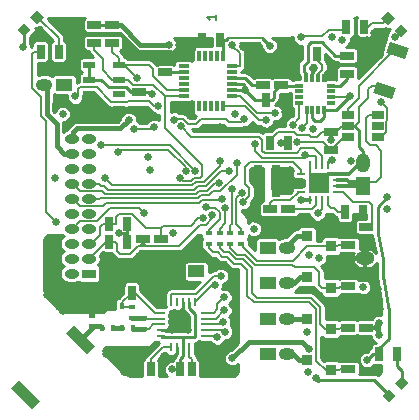
<source format=gtl>
G04 (created by PCBNEW (2013-07-07 BZR 4022)-stable) date 07/06/2014 15:45:14*
%MOIN*%
G04 Gerber Fmt 3.4, Leading zero omitted, Abs format*
%FSLAX34Y34*%
G01*
G70*
G90*
G04 APERTURE LIST*
%ADD10C,0.00590551*%
%ADD11C,0.007875*%
%ADD12C,0.0079*%
%ADD13R,0.0394X0.0197*%
%ADD14R,0.045X0.025*%
%ADD15R,0.025X0.045*%
%ADD16O,0.063X0.0472*%
%ADD17R,0.0551X0.0394*%
%ADD18O,0.0551X0.0394*%
%ADD19O,0.0472X0.0315*%
%ADD20R,0.0472X0.0315*%
%ADD21O,0.0315X0.0098*%
%ADD22O,0.0098X0.0315*%
%ADD23R,0.0394X0.0276*%
%ADD24R,0.036X0.036*%
%ADD25R,0.0669X0.0669*%
%ADD26C,0.015*%
%ADD27R,0.0138X0.0335*%
%ADD28R,0.0335X0.0138*%
%ADD29R,0.0118X0.025*%
%ADD30R,0.025X0.0118*%
%ADD31R,0.0157X0.0236*%
%ADD32R,0.0236X0.0157*%
%ADD33R,0.0472X0.063*%
%ADD34O,0.0472X0.063*%
%ADD35C,0.025*%
%ADD36C,0.008*%
%ADD37C,0.012*%
%ADD38C,0.01*%
%ADD39C,0.006*%
%ADD40C,0.015*%
%ADD41C,0.007*%
G04 APERTURE END LIST*
G54D10*
G54D11*
X15875Y6389D02*
X15875Y6209D01*
X15875Y6299D02*
X15560Y6299D01*
X15605Y6269D01*
X15635Y6239D01*
X15650Y6209D01*
G54D12*
G54D10*
G36*
X9027Y-6063D02*
X9305Y-5785D01*
X10001Y-6481D01*
X9723Y-6759D01*
X9027Y-6063D01*
X9027Y-6063D01*
G37*
G36*
X10864Y-4226D02*
X11142Y-3948D01*
X11838Y-4644D01*
X11560Y-4922D01*
X10864Y-4226D01*
X10864Y-4226D01*
G37*
G54D13*
X11634Y4714D03*
X11634Y4222D03*
X11634Y3730D03*
X11634Y3238D03*
X12618Y3238D03*
X12618Y3730D03*
X12622Y4222D03*
X12618Y4714D03*
G54D14*
X13307Y3804D03*
X13307Y3204D03*
X18031Y4031D03*
X18031Y4631D03*
G54D15*
X19237Y5079D03*
X18637Y5079D03*
G54D14*
X20236Y4424D03*
X20236Y5024D03*
G54D15*
X17653Y2126D03*
X18253Y2126D03*
X17259Y1142D03*
X17859Y1142D03*
G54D16*
X20827Y-1732D03*
G54D17*
X10802Y4056D03*
G54D18*
X10144Y4056D03*
G54D14*
X18268Y-694D03*
X18268Y-94D03*
G54D17*
X17584Y-2559D03*
G54D18*
X18242Y-2559D03*
G54D17*
X15211Y-2165D03*
G54D18*
X14553Y-2165D03*
G54D17*
X17584Y-4921D03*
G54D18*
X18242Y-4921D03*
G54D17*
X17584Y-1378D03*
G54D18*
X18242Y-1378D03*
G54D17*
X17584Y-3740D03*
G54D18*
X18242Y-3740D03*
G54D15*
X17859Y551D03*
X17259Y551D03*
G54D19*
X11628Y2250D03*
X11628Y1750D03*
X11050Y2250D03*
X11050Y1750D03*
G54D20*
X11628Y-2250D03*
G54D19*
X11050Y-2250D03*
X11050Y-1750D03*
X11050Y-1250D03*
X11050Y-750D03*
X11050Y-250D03*
X11050Y250D03*
X11050Y750D03*
X11050Y1250D03*
X11628Y-1750D03*
X11628Y-1250D03*
X11628Y-750D03*
X11628Y-250D03*
X11628Y250D03*
X11628Y750D03*
X11628Y1250D03*
G54D10*
G36*
X22241Y5854D02*
X22019Y5632D01*
X21797Y5854D01*
X22019Y6076D01*
X22241Y5854D01*
X22241Y5854D01*
G37*
G36*
X21824Y6271D02*
X21602Y6049D01*
X21380Y6271D01*
X21602Y6493D01*
X21824Y6271D01*
X21824Y6271D01*
G37*
G36*
X9476Y5671D02*
X9254Y5893D01*
X9476Y6115D01*
X9698Y5893D01*
X9476Y5671D01*
X9476Y5671D01*
G37*
G36*
X9893Y6088D02*
X9671Y6310D01*
X9893Y6532D01*
X10115Y6310D01*
X9893Y6088D01*
X9893Y6088D01*
G37*
G54D14*
X13425Y-1078D03*
X13425Y-1678D03*
X14016Y-1078D03*
X14016Y-1678D03*
X19685Y2465D03*
X19685Y1865D03*
G54D21*
X15512Y-4331D03*
X15511Y-4133D03*
X15511Y-3936D03*
X15511Y-3740D03*
X15511Y-3543D03*
G54D22*
X15157Y-3189D03*
X14960Y-3189D03*
X14763Y-3189D03*
X14566Y-3189D03*
X14370Y-3189D03*
G54D21*
X14016Y-3543D03*
X14016Y-3740D03*
X14016Y-3938D03*
X14016Y-4134D03*
X14016Y-4332D03*
G54D22*
X14370Y-4685D03*
X14567Y-4685D03*
X14764Y-4685D03*
X14961Y-4685D03*
X15158Y-4685D03*
G54D14*
X20276Y-1284D03*
X20276Y-684D03*
X20276Y-2662D03*
X20276Y-2062D03*
X20276Y-4040D03*
X20276Y-3440D03*
X20276Y-5418D03*
X20276Y-4818D03*
G54D15*
X10015Y5157D03*
X10615Y5157D03*
X20212Y5984D03*
X20812Y5984D03*
X12898Y-591D03*
X12298Y-591D03*
X12898Y-1181D03*
X12298Y-1181D03*
G54D14*
X20866Y-1284D03*
X20866Y-684D03*
G54D15*
X20772Y-197D03*
X20172Y-197D03*
G54D14*
X17677Y-694D03*
X17677Y-94D03*
G54D15*
X21914Y-4921D03*
X21314Y-4921D03*
X13686Y-5433D03*
X13086Y-5433D03*
G54D14*
X11811Y6048D03*
X11811Y5448D03*
X12402Y6048D03*
X12402Y5448D03*
G54D15*
X16009Y5551D03*
X15409Y5551D03*
G54D14*
X17441Y4031D03*
X17441Y4631D03*
X14173Y4464D03*
X14173Y5064D03*
G54D15*
X17535Y3543D03*
X18135Y3543D03*
X15054Y-5433D03*
X15654Y-5433D03*
X14670Y-5433D03*
X14070Y-5433D03*
G54D14*
X20866Y-4040D03*
X20866Y-3440D03*
G54D23*
X21248Y3052D03*
X21248Y2677D03*
X21248Y2302D03*
X20248Y2302D03*
X20248Y2677D03*
X20248Y3052D03*
G54D24*
X19692Y-4768D03*
X19692Y-5468D03*
X18892Y-5118D03*
X19692Y-3390D03*
X19692Y-4090D03*
X18892Y-3740D03*
X19692Y-2012D03*
X19692Y-2712D03*
X18892Y-2362D03*
X19692Y-634D03*
X19692Y-1334D03*
X18892Y-984D03*
G54D25*
X19291Y787D03*
G54D21*
X19882Y491D03*
X19882Y689D03*
X19882Y885D03*
X19882Y1082D03*
G54D22*
X19586Y1378D03*
X19389Y1378D03*
X19192Y1378D03*
X18996Y1378D03*
G54D21*
X18700Y1081D03*
X18700Y885D03*
X18700Y688D03*
X18700Y491D03*
G54D22*
X18996Y196D03*
X19192Y196D03*
X19389Y196D03*
X19586Y196D03*
G54D26*
X19291Y787D03*
X19094Y590D03*
X19488Y590D03*
X19094Y984D03*
X19488Y984D03*
G54D27*
X15886Y3328D03*
X15493Y3328D03*
X15689Y3328D03*
X16083Y3328D03*
X15296Y3328D03*
X15099Y3328D03*
G54D28*
X14794Y3681D03*
X14794Y3878D03*
X14794Y4075D03*
X14794Y4468D03*
X14794Y4271D03*
X14794Y4665D03*
G54D27*
X15099Y5018D03*
X15296Y5018D03*
X16083Y5018D03*
X15689Y5018D03*
X15493Y5018D03*
X15886Y5018D03*
G54D28*
X16387Y4665D03*
X16387Y4271D03*
X16387Y4468D03*
X16387Y4075D03*
X16387Y3878D03*
X16387Y3681D03*
G54D29*
X19075Y3199D03*
X18888Y3199D03*
X19271Y3199D03*
X19468Y3199D03*
X19075Y4271D03*
X18878Y4271D03*
X19271Y4271D03*
X19468Y4271D03*
G54D30*
X19704Y3642D03*
X19704Y3838D03*
X19704Y4025D03*
X19704Y3455D03*
X18632Y4025D03*
X18632Y3838D03*
X18632Y3642D03*
X18632Y3455D03*
G54D31*
X12067Y-4055D03*
X12421Y-4055D03*
G54D32*
X11732Y-3996D03*
X11732Y-3642D03*
G54D31*
X12736Y-3307D03*
X12382Y-3307D03*
X12736Y-4055D03*
X13090Y-4055D03*
G54D32*
X13465Y-4075D03*
X13465Y-3721D03*
X13071Y-3366D03*
X13071Y-3720D03*
G54D10*
G36*
X22058Y-5671D02*
X22280Y-5893D01*
X22058Y-6115D01*
X21836Y-5893D01*
X22058Y-5671D01*
X22058Y-5671D01*
G37*
G36*
X21641Y-6088D02*
X21863Y-6310D01*
X21641Y-6532D01*
X21419Y-6310D01*
X21641Y-6088D01*
X21641Y-6088D01*
G37*
G54D15*
X13056Y-2874D03*
X12456Y-2874D03*
G54D33*
X20748Y690D03*
G54D34*
X20748Y1438D03*
G54D10*
G36*
X22291Y5286D02*
X22169Y4911D01*
X21533Y5118D01*
X21654Y5493D01*
X22291Y5286D01*
X22291Y5286D01*
G37*
G36*
X21852Y3937D02*
X21731Y3562D01*
X21094Y3769D01*
X21216Y4144D01*
X21852Y3937D01*
X21852Y3937D01*
G37*
G54D32*
X16693Y-904D03*
X16693Y-1258D03*
X16339Y-904D03*
X16339Y-1258D03*
X15984Y-904D03*
X15984Y-1258D03*
X15630Y-904D03*
X15630Y-1258D03*
G54D35*
X15738Y-292D03*
X15424Y-394D03*
X16560Y1429D03*
X15957Y788D03*
X16049Y254D03*
X16290Y1179D03*
X13232Y4291D03*
X14661Y929D03*
X16406Y5379D03*
X13138Y2594D03*
X18693Y5630D03*
X13807Y2646D03*
X10531Y-508D03*
X16720Y457D03*
X16409Y567D03*
X16161Y-47D03*
X15520Y-24D03*
X16768Y141D03*
X14690Y2671D03*
X19717Y1547D03*
X17177Y2084D03*
X18842Y1708D03*
X18577Y2131D03*
X14858Y1177D03*
X12606Y1803D03*
X15177Y1185D03*
X12043Y2031D03*
X13937Y3335D03*
X11169Y3661D03*
X16811Y2913D03*
X14461Y2894D03*
X18031Y2122D03*
X10748Y3071D03*
X18709Y213D03*
X15990Y1525D03*
X12165Y945D03*
X13450Y-215D03*
X16142Y-3031D03*
X16142Y-3465D03*
X16102Y-3858D03*
X15905Y-4370D03*
X16016Y-2323D03*
X16165Y-4173D03*
X15835Y-2622D03*
X20905Y5551D03*
X19122Y4622D03*
X14764Y3386D03*
X18193Y5402D03*
X13543Y2874D03*
X21142Y5787D03*
X18169Y3142D03*
X16000Y2650D03*
X14646Y5394D03*
X14988Y3020D03*
X21457Y5709D03*
X16760Y5327D03*
X10236Y-2953D03*
X12598Y-4921D03*
X18976Y-1614D03*
X10630Y-2953D03*
X12165Y-3307D03*
X19201Y-5713D03*
X16024Y-5433D03*
X12335Y-1646D03*
X18925Y-5539D03*
X10236Y-2362D03*
X14921Y-4134D03*
X11732Y-3425D03*
X11220Y-3346D03*
X14764Y-3583D03*
X15551Y-4724D03*
X14055Y-3228D03*
X13665Y1217D03*
X11024Y-2953D03*
X13386Y-4921D03*
X12677Y-2480D03*
X12441Y-2244D03*
X12992Y-2205D03*
X10236Y-1772D03*
X18898Y-4193D03*
X12165Y-2953D03*
X11811Y-2953D03*
X14819Y-1524D03*
X10236Y-1181D03*
X19291Y-1732D03*
X12205Y-4921D03*
X13661Y-2953D03*
X12992Y-4921D03*
X13386Y-2559D03*
X10630Y-3346D03*
X14016Y-2559D03*
X12795Y-5512D03*
X13661Y-2205D03*
X14409Y-4134D03*
X14134Y-5000D03*
X11417Y-2953D03*
X12165Y-2480D03*
X20276Y-4449D03*
X20354Y1496D03*
X20839Y-4512D03*
X19689Y2224D03*
X21220Y-3071D03*
X21339Y-3425D03*
X21260Y-2756D03*
X20039Y-945D03*
X17835Y3110D03*
X18740Y2614D03*
X18425Y2724D03*
X17520Y2870D03*
X19252Y-236D03*
X21362Y3474D03*
X13602Y1630D03*
X21575Y303D03*
X17126Y-748D03*
X14405Y-5433D03*
X20894Y-5118D03*
X10512Y945D03*
X16409Y-5063D03*
X21823Y5643D03*
X18961Y-4752D03*
X14441Y-890D03*
X12646Y-898D03*
X9433Y5307D03*
X12953Y2874D03*
X14291Y5394D03*
X17650Y5358D03*
X16830Y3878D03*
X20079Y5551D03*
X19724Y5630D03*
X16496Y3071D03*
X20315Y3661D03*
X13740Y3740D03*
X18335Y1220D03*
X19098Y2563D03*
X21299Y-4291D03*
X21575Y-79D03*
X21299Y-3898D03*
X20772Y-2697D03*
X18279Y583D03*
X18303Y906D03*
G54D36*
X21378Y1852D02*
X21378Y985D01*
G54D37*
X20219Y885D02*
X20295Y809D01*
G54D38*
X20727Y689D02*
X20748Y769D01*
G54D37*
X20786Y689D02*
X20906Y809D01*
G54D36*
X21182Y2048D02*
X21378Y1852D01*
X20984Y2048D02*
X21182Y2048D01*
X20964Y3052D02*
X20866Y2954D01*
G54D38*
X19882Y689D02*
X20727Y689D01*
G54D37*
X19882Y689D02*
X20786Y689D01*
G54D36*
X21202Y809D02*
X20906Y809D01*
X20866Y2954D02*
X20866Y2166D01*
X21378Y985D02*
X21202Y809D01*
X21248Y3052D02*
X20964Y3052D01*
X20866Y2166D02*
X20984Y2048D01*
G54D37*
X20295Y809D02*
X20906Y809D01*
X19882Y885D02*
X20219Y885D01*
G54D36*
X12579Y-1248D02*
X12512Y-1181D01*
X12512Y-1181D02*
X12298Y-1181D01*
X13425Y-1185D02*
X13546Y-1306D01*
X13425Y-1306D02*
X13546Y-1306D01*
X12579Y-1489D02*
X12579Y-1248D01*
X13425Y-1306D02*
X13316Y-1306D01*
X13425Y-1078D02*
X13425Y-1185D01*
X13269Y-1306D02*
X13000Y-1575D01*
X13425Y-1185D02*
X13425Y-1197D01*
X15315Y-622D02*
X15519Y-622D01*
X11589Y-1750D02*
X11620Y-1750D01*
X15519Y-622D02*
X15738Y-403D01*
X11620Y-1750D02*
X12189Y-1181D01*
X13000Y-1575D02*
X12665Y-1575D01*
X13316Y-1306D02*
X13269Y-1306D01*
X13546Y-1306D02*
X14631Y-1306D01*
X13425Y-1197D02*
X13425Y-1306D01*
X12189Y-1181D02*
X12298Y-1181D01*
X12665Y-1575D02*
X12579Y-1489D01*
X15738Y-403D02*
X15738Y-292D01*
X14631Y-1306D02*
X15315Y-622D01*
X13425Y-1197D02*
X13316Y-1306D01*
X11698Y-1250D02*
X12008Y-940D01*
X12298Y-591D02*
X12526Y-591D01*
X12640Y-249D02*
X12526Y-363D01*
X15271Y-394D02*
X15424Y-394D01*
X12526Y-363D02*
X12526Y-591D01*
X13539Y-719D02*
X13069Y-249D01*
X14016Y-719D02*
X14016Y-1078D01*
X11589Y-1250D02*
X11698Y-1250D01*
X12008Y-677D02*
X12094Y-591D01*
X14016Y-719D02*
X14088Y-647D01*
X12008Y-940D02*
X12008Y-677D01*
X12094Y-591D02*
X12298Y-591D01*
X14088Y-647D02*
X15018Y-647D01*
X13069Y-249D02*
X12640Y-249D01*
X14016Y-719D02*
X13539Y-719D01*
X15018Y-647D02*
X15271Y-394D01*
X11968Y250D02*
X11989Y271D01*
X15628Y366D02*
X15775Y513D01*
X15257Y271D02*
X15352Y366D01*
X15352Y366D02*
X15628Y366D01*
X11989Y271D02*
X15257Y271D01*
X16013Y513D02*
X16560Y1060D01*
X16560Y1060D02*
X16560Y1429D01*
X15775Y513D02*
X16013Y513D01*
X11589Y250D02*
X11968Y250D01*
G54D39*
X11089Y750D02*
X11092Y750D01*
G54D36*
X15847Y788D02*
X15957Y788D01*
X15197Y414D02*
X15292Y509D01*
G54D39*
X11342Y500D02*
X12067Y500D01*
G54D36*
X15292Y509D02*
X15568Y509D01*
X15568Y509D02*
X15847Y788D01*
G54D39*
X11092Y750D02*
X11342Y500D01*
G54D36*
X12153Y414D02*
X15197Y414D01*
X12067Y500D02*
X12153Y414D01*
G54D39*
X11089Y250D02*
X11089Y234D01*
G54D36*
X16018Y223D02*
X16049Y254D01*
G54D39*
X11089Y234D02*
X11323Y0D01*
G54D36*
X15313Y124D02*
X15412Y223D01*
X15412Y223D02*
X16018Y223D01*
X12087Y0D02*
X12211Y124D01*
G54D39*
X11323Y0D02*
X12087Y0D01*
G54D36*
X12211Y124D02*
X15313Y124D01*
X12134Y674D02*
X12251Y557D01*
X12251Y557D02*
X15137Y557D01*
X11968Y750D02*
X12044Y674D01*
X16023Y1179D02*
X16290Y1179D01*
X15252Y672D02*
X15516Y672D01*
X15137Y557D02*
X15252Y672D01*
X11589Y750D02*
X11968Y750D01*
X15516Y672D02*
X16023Y1179D01*
X12044Y674D02*
X12134Y674D01*
X14232Y3878D02*
X14794Y3878D01*
X12618Y4941D02*
X12402Y5157D01*
X12402Y5157D02*
X12402Y5448D01*
X12618Y4714D02*
X12618Y4941D01*
X13632Y4714D02*
X13779Y4567D01*
X13232Y4291D02*
X12809Y4714D01*
X12618Y4714D02*
X13632Y4714D01*
X13779Y4567D02*
X13779Y4331D01*
X13779Y4331D02*
X14232Y3878D01*
X12809Y4714D02*
X12618Y4714D01*
X14748Y842D02*
X14661Y929D01*
X15019Y842D02*
X14748Y842D01*
X12943Y4222D02*
X13110Y4055D01*
X12393Y4222D02*
X12087Y4528D01*
X13780Y4055D02*
X14174Y3661D01*
X12622Y4222D02*
X12393Y4222D01*
X15405Y1027D02*
X15335Y957D01*
X14167Y3655D02*
X14167Y2624D01*
X15134Y957D02*
X15019Y842D01*
X15335Y957D02*
X15134Y957D01*
X14167Y3655D02*
X14174Y3662D01*
X14174Y3661D02*
X14174Y3662D01*
X15405Y1386D02*
X15405Y1027D01*
X14193Y3681D02*
X14794Y3681D01*
X12087Y4528D02*
X12087Y4920D01*
X14174Y3662D02*
X14193Y3681D01*
X11811Y5196D02*
X11811Y5448D01*
X12622Y4222D02*
X12943Y4222D01*
X12087Y4920D02*
X11811Y5196D01*
X14167Y2624D02*
X15405Y1386D01*
X13110Y4055D02*
X13780Y4055D01*
X16657Y4665D02*
X16387Y4665D01*
X16406Y5355D02*
X16406Y5379D01*
X16657Y5104D02*
X16406Y5355D01*
X16657Y4665D02*
X16657Y5104D01*
X18724Y5661D02*
X18693Y5630D01*
X20212Y5984D02*
X20150Y5984D01*
X20150Y5984D02*
X20052Y5886D01*
X13807Y2646D02*
X13755Y2594D01*
X20052Y5886D02*
X19626Y5886D01*
X19401Y5661D02*
X18724Y5661D01*
X19626Y5886D02*
X19401Y5661D01*
X13755Y2594D02*
X13138Y2594D01*
X10209Y2848D02*
X10045Y3012D01*
X10209Y-186D02*
X10209Y2848D01*
X10045Y3012D02*
X10045Y3631D01*
X9736Y5079D02*
X9814Y5157D01*
X9736Y3940D02*
X9736Y5079D01*
X10531Y-508D02*
X10209Y-186D01*
X10045Y3631D02*
X9736Y3940D01*
X9814Y5157D02*
X10015Y5157D01*
X16535Y-588D02*
X16693Y-746D01*
X16535Y-126D02*
X16535Y-588D01*
X16535Y272D02*
X16720Y457D01*
X16693Y-746D02*
X16693Y-904D01*
X16535Y-126D02*
X16535Y272D01*
X16409Y472D02*
X16393Y456D01*
X16393Y-299D02*
X16393Y-575D01*
X16393Y-575D02*
X16339Y-629D01*
X16409Y567D02*
X16409Y472D01*
X16393Y456D02*
X16393Y-184D01*
X16339Y-629D02*
X16339Y-904D01*
X16393Y-184D02*
X16393Y-299D01*
X15984Y-747D02*
X15984Y-904D01*
X16161Y-152D02*
X16161Y-47D01*
X16161Y-152D02*
X16161Y-570D01*
X16161Y-570D02*
X15984Y-747D01*
X15984Y-432D02*
X15630Y-786D01*
X15630Y-786D02*
X15630Y-904D01*
X15551Y-55D02*
X15826Y-55D01*
X15826Y-55D02*
X15843Y-55D01*
X15520Y-24D02*
X15551Y-55D01*
X15984Y-196D02*
X15984Y-432D01*
X15843Y-55D02*
X15984Y-196D01*
X16823Y1311D02*
X16823Y756D01*
X18431Y1481D02*
X16993Y1481D01*
X16961Y618D02*
X16961Y334D01*
X16823Y756D02*
X16961Y618D01*
X16993Y1481D02*
X16823Y1311D01*
X18700Y1212D02*
X18431Y1481D01*
X18700Y1081D02*
X18700Y1212D01*
X16961Y334D02*
X16768Y141D01*
X15046Y2315D02*
X14690Y2671D01*
X17481Y1782D02*
X17411Y1852D01*
X18708Y1936D02*
X18554Y1782D01*
X18554Y1782D02*
X17481Y1782D01*
X19389Y1378D02*
X19389Y1665D01*
X19389Y1665D02*
X19118Y1936D01*
X17411Y1852D02*
X17411Y2200D01*
X19118Y1936D02*
X18708Y1936D01*
X17296Y2315D02*
X15046Y2315D01*
X17411Y2200D02*
X17296Y2315D01*
X19586Y1378D02*
X19586Y1416D01*
X19586Y1416D02*
X19717Y1547D01*
X17177Y2084D02*
X17177Y1858D01*
X17177Y1858D02*
X17411Y1624D01*
X17411Y1624D02*
X18783Y1624D01*
X18783Y1624D02*
X18842Y1683D01*
X18842Y1683D02*
X19148Y1683D01*
X19192Y1378D02*
X19192Y1639D01*
X18842Y1683D02*
X18842Y1708D01*
X19148Y1683D02*
X19192Y1639D01*
X19685Y1865D02*
X19419Y2131D01*
X20248Y2302D02*
X20122Y2302D01*
X19419Y2131D02*
X18577Y2131D01*
X20122Y2302D02*
X19685Y1865D01*
X12692Y1889D02*
X14273Y1889D01*
X14273Y1889D02*
X14858Y1304D01*
X12692Y1889D02*
X12606Y1803D01*
X14858Y1304D02*
X14858Y1177D01*
X15177Y1185D02*
X14331Y2031D01*
X14331Y2031D02*
X12043Y2031D01*
X16181Y2913D02*
X15353Y2913D01*
X13797Y3341D02*
X13931Y3341D01*
X16693Y2795D02*
X16299Y2795D01*
X16811Y2913D02*
X16693Y2795D01*
X11169Y3661D02*
X11268Y3760D01*
X11319Y3965D02*
X11881Y3965D01*
X11268Y3760D02*
X11268Y3914D01*
X14484Y2917D02*
X14461Y2894D01*
X16299Y2795D02*
X16181Y2913D01*
X13642Y3496D02*
X13797Y3341D01*
X15196Y2756D02*
X14929Y2756D01*
X15353Y2913D02*
X15196Y2756D01*
X12905Y3480D02*
X12921Y3496D01*
X14929Y2756D02*
X14768Y2917D01*
X11268Y3914D02*
X11319Y3965D01*
X12366Y3480D02*
X12905Y3480D01*
X13931Y3341D02*
X13937Y3335D01*
X14768Y2917D02*
X14484Y2917D01*
X12921Y3496D02*
X13642Y3496D01*
X11881Y3965D02*
X12366Y3480D01*
X18035Y2126D02*
X18253Y2126D01*
G54D37*
X18726Y196D02*
X18709Y213D01*
G54D36*
X18031Y2122D02*
X18035Y2126D01*
G54D37*
X18996Y196D02*
X18726Y196D01*
G54D36*
X15456Y815D02*
X15990Y1349D01*
X12410Y700D02*
X15077Y700D01*
X15192Y815D02*
X15456Y815D01*
X15990Y1349D02*
X15990Y1525D01*
X12165Y945D02*
X12410Y700D01*
X15077Y700D02*
X15192Y815D01*
X11089Y-750D02*
X11339Y-500D01*
X11890Y-500D02*
X12329Y-61D01*
G54D39*
X11339Y-500D02*
X11890Y-500D01*
G54D36*
X13296Y-61D02*
X13450Y-215D01*
X12329Y-61D02*
X13296Y-61D01*
X15511Y-3543D02*
X15786Y-3543D01*
X15905Y-3423D02*
X15905Y-3267D01*
X15786Y-3543D02*
X15905Y-3423D01*
X15905Y-3267D02*
X16142Y-3031D01*
X15867Y-3740D02*
X16142Y-3465D01*
X15511Y-3740D02*
X15867Y-3740D01*
X15511Y-3936D02*
X16024Y-3936D01*
X16024Y-3936D02*
X16102Y-3858D01*
X15512Y-4331D02*
X15866Y-4331D01*
X15866Y-4331D02*
X15905Y-4370D01*
X15788Y-2323D02*
X15183Y-2928D01*
X15183Y-2928D02*
X14370Y-2928D01*
X16016Y-2323D02*
X15788Y-2323D01*
X14370Y-2928D02*
X14370Y-3189D01*
X16125Y-4133D02*
X16165Y-4173D01*
X15511Y-4133D02*
X16125Y-4133D01*
X15157Y-3189D02*
X15724Y-2622D01*
X15724Y-2622D02*
X15835Y-2622D01*
G54D40*
X14473Y5064D02*
X14646Y5237D01*
X14646Y5237D02*
X14646Y5394D01*
G54D36*
X20669Y4724D02*
X20905Y4960D01*
X19075Y4271D02*
X19075Y4575D01*
X19468Y4402D02*
X19790Y4724D01*
G54D40*
X15099Y5256D02*
X15099Y5414D01*
X14961Y5394D02*
X15099Y5256D01*
X11634Y3730D02*
X11634Y3238D01*
G54D38*
X13307Y3204D02*
X13307Y3110D01*
G54D40*
X14173Y5064D02*
X14473Y5064D01*
G54D36*
X19075Y4575D02*
X19122Y4622D01*
G54D38*
X18401Y5079D02*
X18193Y5287D01*
X15099Y5018D02*
X15099Y5256D01*
X18135Y3176D02*
X18169Y3142D01*
X18453Y4630D02*
X18032Y4630D01*
G54D40*
X15099Y5414D02*
X15236Y5551D01*
G54D38*
X18031Y4631D02*
X17441Y4631D01*
X15099Y3328D02*
X15099Y3131D01*
X13307Y3110D02*
X13543Y2874D01*
X15099Y3131D02*
X14988Y3020D01*
G54D36*
X20905Y4960D02*
X20905Y5551D01*
X19468Y4271D02*
X19468Y4402D01*
G54D38*
X18032Y4630D02*
X18031Y4631D01*
X12618Y3238D02*
X13273Y3238D01*
X21457Y5709D02*
X21166Y5418D01*
X18193Y5287D02*
X18193Y5402D01*
X13273Y3238D02*
X13307Y3204D01*
G54D40*
X11634Y3238D02*
X12618Y3238D01*
G54D36*
X19790Y4724D02*
X20669Y4724D01*
G54D38*
X18637Y5079D02*
X18401Y5079D01*
G54D40*
X15236Y5551D02*
X15409Y5551D01*
G54D38*
X21166Y5418D02*
X21166Y5330D01*
X21166Y5330D02*
X20905Y5551D01*
X18637Y5079D02*
X18637Y4814D01*
X18135Y3543D02*
X18135Y3176D01*
G54D40*
X14961Y5394D02*
X14646Y5394D01*
G54D38*
X18637Y4814D02*
X18453Y4630D01*
X15158Y-4804D02*
X15393Y-5039D01*
G54D40*
X10222Y3085D02*
X10223Y4056D01*
G54D38*
X10237Y-2953D02*
X10236Y-2953D01*
X14921Y-4134D02*
X14409Y-4134D01*
X14763Y-3189D02*
X14763Y-3582D01*
X14070Y-5064D02*
X14134Y-5000D01*
X12382Y-2303D02*
X12382Y-2913D01*
G54D40*
X11850Y-3307D02*
X11732Y-3425D01*
X11089Y1750D02*
X10810Y1750D01*
G54D38*
X11732Y-3642D02*
X11732Y-3464D01*
X14567Y-4894D02*
X14461Y-5000D01*
X14461Y-5000D02*
X14134Y-5000D01*
X15654Y-5433D02*
X15654Y-5142D01*
G54D40*
X12382Y-2913D02*
X12382Y-3307D01*
G54D38*
X12992Y-4921D02*
X13086Y-5015D01*
X14567Y-4685D02*
X14567Y-4894D01*
X10236Y-1181D02*
X10433Y-1378D01*
X11811Y-2953D02*
X11851Y-2913D01*
G54D40*
X10551Y2009D02*
X10551Y2756D01*
G54D38*
X13661Y-2205D02*
X12992Y-2205D01*
X12205Y-4921D02*
X12598Y-4921D01*
X15654Y-5433D02*
X16024Y-5433D01*
X12441Y-2244D02*
X12382Y-2303D01*
X15654Y-4827D02*
X15551Y-4724D01*
X21641Y-6287D02*
X21641Y-6311D01*
X14764Y-3977D02*
X14921Y-4134D01*
G54D40*
X19275Y-5787D02*
X19279Y-5787D01*
G54D38*
X15654Y-5142D02*
X15654Y-4827D01*
X13086Y-5015D02*
X13086Y-5433D01*
X10630Y-3346D02*
X10237Y-2953D01*
X15158Y-4685D02*
X15158Y-4804D01*
G54D40*
X10551Y2756D02*
X10222Y3085D01*
X12382Y-3307D02*
X11850Y-3307D01*
X10810Y1750D02*
X10551Y2009D01*
G54D38*
X15551Y-5039D02*
X15654Y-5142D01*
X14016Y-3189D02*
X14016Y-2559D01*
X10236Y-2362D02*
X10236Y-1772D01*
X10433Y-1378D02*
X10433Y-2756D01*
X12165Y-2480D02*
X12677Y-2480D01*
X10433Y-2756D02*
X10630Y-2953D01*
X11732Y-3464D02*
X11614Y-3346D01*
X14409Y-4134D02*
X14016Y-4134D01*
X11024Y-2953D02*
X11417Y-2953D01*
X21641Y-6287D02*
X21141Y-5787D01*
X15393Y-5039D02*
X15551Y-5039D01*
X21141Y-5787D02*
X19279Y-5787D01*
X14763Y-3582D02*
X14764Y-3583D01*
G54D40*
X19201Y-5713D02*
X19275Y-5787D01*
G54D38*
X12335Y-1646D02*
X12331Y-1642D01*
X14764Y-3583D02*
X14764Y-3977D01*
X13086Y-5433D02*
X12795Y-5512D01*
X12165Y-3307D02*
X12165Y-2953D01*
X11851Y-2913D02*
X12382Y-2913D01*
X14070Y-5433D02*
X14070Y-5064D01*
X13661Y-2952D02*
X13661Y-2953D01*
X11614Y-3346D02*
X11220Y-3346D01*
X13386Y-2559D02*
X13661Y-2952D01*
X14055Y-3228D02*
X14016Y-3189D01*
X11732Y-3642D02*
X11732Y-3425D01*
X13425Y-1678D02*
X14016Y-1678D01*
G54D37*
X19586Y1082D02*
X19291Y787D01*
G54D36*
X18996Y1082D02*
X19291Y787D01*
G54D37*
X20276Y-4818D02*
X20533Y-4818D01*
X19685Y2228D02*
X19685Y2465D01*
G54D38*
X20620Y2530D02*
X20620Y1980D01*
G54D37*
X20827Y-2441D02*
X20945Y-2441D01*
G54D40*
X20866Y-1284D02*
X20866Y-1693D01*
G54D38*
X20748Y1852D02*
X20748Y1359D01*
G54D40*
X20772Y-197D02*
X20752Y-197D01*
X20276Y-2062D02*
X20276Y-1929D01*
G54D36*
X18469Y2472D02*
X18571Y2370D01*
G54D37*
X19742Y-3440D02*
X19692Y-3390D01*
X20945Y-2441D02*
X21260Y-2756D01*
X18357Y-694D02*
X18394Y-657D01*
X20655Y-2441D02*
X20827Y-2441D01*
G54D36*
X20473Y2677D02*
X20248Y2677D01*
G54D37*
X20571Y1359D02*
X20748Y1359D01*
X20276Y-2062D02*
X19742Y-2062D01*
X20533Y-4818D02*
X20839Y-4512D01*
X21220Y-2796D02*
X21260Y-2756D01*
X18394Y-657D02*
X19669Y-657D01*
X19882Y1082D02*
X20294Y1082D01*
X21220Y-3071D02*
X21220Y-2796D01*
G54D40*
X20276Y-1929D02*
X20473Y-1732D01*
G54D36*
X21474Y3854D02*
X21486Y3892D01*
G54D37*
X20827Y-1732D02*
X20827Y-2441D01*
G54D38*
X20473Y2677D02*
X20620Y2530D01*
G54D36*
X19867Y2465D02*
X19685Y2465D01*
G54D37*
X21339Y-3425D02*
X21339Y-3190D01*
G54D36*
X20945Y3898D02*
X21063Y4016D01*
X20248Y2677D02*
X20079Y2677D01*
X19685Y2228D02*
X19689Y2224D01*
X17653Y2204D02*
X17921Y2472D01*
G54D37*
X19669Y-657D02*
X19692Y-634D01*
G54D36*
X18996Y1378D02*
X18996Y1082D01*
X19394Y2465D02*
X19685Y2465D01*
G54D40*
X20866Y-1693D02*
X20827Y-1732D01*
G54D37*
X19882Y1082D02*
X19586Y1082D01*
G54D38*
X20620Y1980D02*
X20748Y1852D01*
G54D37*
X20294Y1082D02*
X20571Y1359D01*
G54D40*
X20276Y-673D02*
X20276Y-684D01*
G54D37*
X20276Y-2062D02*
X20655Y-2441D01*
G54D36*
X21063Y4016D02*
X21362Y4016D01*
X18961Y2370D02*
X19016Y2315D01*
X20473Y2677D02*
X20511Y2677D01*
G54D37*
X19742Y-4818D02*
X19692Y-4768D01*
G54D36*
X20630Y3307D02*
X20945Y3622D01*
G54D37*
X19742Y-2062D02*
X19692Y-2012D01*
G54D36*
X21362Y4016D02*
X21486Y3892D01*
G54D40*
X20473Y-1732D02*
X20827Y-1732D01*
G54D36*
X19016Y2315D02*
X19244Y2315D01*
G54D37*
X20276Y-4818D02*
X19742Y-4818D01*
X20276Y-4818D02*
X20276Y-4449D01*
G54D40*
X20752Y-197D02*
X20276Y-673D01*
G54D36*
X17653Y2126D02*
X17653Y2204D01*
G54D37*
X18268Y-694D02*
X17677Y-694D01*
X20866Y-3440D02*
X21324Y-3440D01*
G54D36*
X19244Y2315D02*
X19394Y2465D01*
G54D37*
X20276Y-3440D02*
X19742Y-3440D01*
X18268Y-694D02*
X18357Y-694D01*
X21324Y-3440D02*
X21339Y-3425D01*
G54D36*
X20630Y2796D02*
X20511Y2677D01*
G54D37*
X21339Y-3190D02*
X21220Y-3071D01*
G54D36*
X18571Y2370D02*
X18961Y2370D01*
X20079Y2677D02*
X19867Y2465D01*
X20630Y3307D02*
X20630Y2796D01*
X17921Y2472D02*
X18469Y2472D01*
X20945Y3622D02*
X20945Y3898D01*
X20276Y-2662D02*
X20025Y-2662D01*
X20025Y-2662D02*
X19975Y-2712D01*
X19146Y-2035D02*
X19299Y-2188D01*
X19299Y-2188D02*
X19299Y-2618D01*
X16575Y-1613D02*
X16830Y-1613D01*
X18491Y-2035D02*
X19146Y-2035D01*
X16339Y-1377D02*
X16575Y-1613D01*
X17174Y-1957D02*
X18413Y-1957D01*
X16339Y-1258D02*
X16339Y-1377D01*
X16830Y-1613D02*
X17058Y-1841D01*
X19975Y-2712D02*
X19692Y-2712D01*
X19299Y-2618D02*
X19393Y-2712D01*
X18413Y-1957D02*
X18491Y-2035D01*
X19393Y-2712D02*
X19692Y-2712D01*
X17058Y-1841D02*
X17174Y-1957D01*
X15984Y-1376D02*
X15984Y-1396D01*
X19027Y-3055D02*
X17217Y-3055D01*
X17050Y-2054D02*
X17050Y-2049D01*
X17050Y-2049D02*
X16771Y-1770D01*
X17050Y-2888D02*
X17050Y-2054D01*
X19692Y-4090D02*
X19507Y-4090D01*
X19331Y-3359D02*
X19027Y-3055D01*
X15984Y-1376D02*
X15984Y-1258D01*
X17217Y-3055D02*
X17050Y-2888D01*
X19507Y-4090D02*
X19331Y-3914D01*
X19331Y-3914D02*
X19331Y-3359D01*
X16532Y-1770D02*
X16771Y-1770D01*
X16298Y-1536D02*
X16532Y-1770D01*
X16124Y-1536D02*
X16298Y-1536D01*
X15984Y-1396D02*
X16124Y-1536D01*
X20025Y-4040D02*
X19975Y-4090D01*
X20276Y-4040D02*
X20025Y-4040D01*
X19975Y-4090D02*
X19692Y-4090D01*
G54D40*
X18163Y-3740D02*
X18892Y-3740D01*
G54D36*
X15630Y-1377D02*
X15630Y-1397D01*
X16908Y-2107D02*
X16713Y-1912D01*
X19692Y-5468D02*
X19516Y-5468D01*
X18969Y-3197D02*
X17130Y-3197D01*
X15630Y-1377D02*
X15630Y-1258D01*
X19189Y-5141D02*
X19189Y-3417D01*
X16908Y-2112D02*
X16908Y-2107D01*
X19189Y-3417D02*
X18969Y-3197D01*
X19516Y-5468D02*
X19189Y-5141D01*
X16908Y-2112D02*
X16908Y-2975D01*
X16474Y-1912D02*
X16713Y-1912D01*
X16240Y-1678D02*
X16474Y-1912D01*
X16066Y-1678D02*
X16240Y-1678D01*
X15924Y-1536D02*
X16066Y-1678D01*
X15769Y-1536D02*
X15924Y-1536D01*
X15630Y-1397D02*
X15769Y-1536D01*
X20025Y-5418D02*
X20276Y-5418D01*
X19975Y-5468D02*
X20025Y-5418D01*
X19692Y-5468D02*
X19975Y-5468D01*
X17130Y-3197D02*
X16908Y-2975D01*
X21432Y6102D02*
X21602Y6272D01*
X20945Y5984D02*
X21063Y6102D01*
X21063Y6102D02*
X21432Y6102D01*
X20812Y5984D02*
X20945Y5984D01*
X9910Y6311D02*
X10615Y5606D01*
X10615Y5606D02*
X10615Y5157D01*
X9894Y6311D02*
X9910Y6311D01*
X17232Y-1815D02*
X16813Y-1396D01*
X18906Y-1334D02*
X18425Y-1815D01*
X19948Y-1284D02*
X20276Y-1284D01*
X16813Y-1396D02*
X16693Y-1258D01*
X19692Y-1334D02*
X19898Y-1334D01*
X17236Y-1815D02*
X17232Y-1815D01*
X18425Y-1815D02*
X17236Y-1815D01*
X19692Y-1334D02*
X18906Y-1334D01*
X19898Y-1334D02*
X19948Y-1284D01*
G54D40*
X18892Y-984D02*
X18557Y-984D01*
X18557Y-984D02*
X18163Y-1378D01*
X18653Y-2362D02*
X18456Y-2559D01*
X18892Y-2362D02*
X18653Y-2362D01*
X18456Y-2559D02*
X18163Y-2559D01*
X18418Y-4921D02*
X18615Y-5118D01*
X18163Y-4921D02*
X18418Y-4921D01*
X18615Y-5118D02*
X18892Y-5118D01*
G54D38*
X18787Y4690D02*
X18937Y4840D01*
X19019Y5476D02*
X19388Y5476D01*
X18937Y5394D02*
X19019Y5476D01*
X18787Y4512D02*
X18787Y4690D01*
X19840Y5024D02*
X20236Y5024D01*
X18878Y4421D02*
X18787Y4512D01*
X19388Y5476D02*
X19840Y5024D01*
X18937Y4840D02*
X18937Y5394D01*
X18878Y4271D02*
X18878Y4421D01*
G54D36*
X19271Y4271D02*
X19271Y4405D01*
X19237Y4873D02*
X19237Y5079D01*
X19402Y4708D02*
X19237Y4873D01*
X19402Y4536D02*
X19402Y4708D01*
X19271Y4405D02*
X19402Y4536D01*
G54D38*
X20009Y4025D02*
X19704Y4025D01*
X20236Y4252D02*
X20009Y4025D01*
X20236Y4424D02*
X20236Y4252D01*
X17072Y4031D02*
X17441Y4031D01*
X16387Y4271D02*
X16832Y4271D01*
X16832Y4271D02*
X17072Y4031D01*
G54D36*
X17244Y3110D02*
X16674Y3680D01*
X16674Y3680D02*
X16388Y3680D01*
X18888Y2762D02*
X18740Y2614D01*
X16388Y3680D02*
X16387Y3681D01*
X18888Y3199D02*
X18888Y2762D01*
X17835Y3110D02*
X17244Y3110D01*
X17284Y2870D02*
X17520Y2870D01*
X16083Y3328D02*
X16826Y3328D01*
X18632Y3455D02*
X18632Y2931D01*
X16826Y3328D02*
X17284Y2870D01*
X18632Y2931D02*
X18425Y2724D01*
G54D38*
X14177Y4468D02*
X14173Y4464D01*
X14794Y4468D02*
X14177Y4468D01*
G54D36*
X18287Y-75D02*
X18268Y-94D01*
X19192Y196D02*
X19192Y58D01*
X19059Y-75D02*
X18287Y-75D01*
X19192Y58D02*
X19059Y-75D01*
X19389Y-99D02*
X19389Y196D01*
X19252Y-236D02*
X19389Y-99D01*
G54D41*
X21571Y3283D02*
X21362Y3474D01*
X21571Y2882D02*
X21571Y3283D01*
X21376Y2302D02*
X21543Y2469D01*
X21543Y2807D02*
X21571Y2882D01*
X21543Y2469D02*
X21543Y2807D01*
X21376Y2302D02*
X21248Y2302D01*
G54D36*
X20096Y491D02*
X19882Y491D01*
X21051Y-540D02*
X21051Y44D01*
X20441Y146D02*
X20096Y491D01*
X20866Y-684D02*
X20907Y-684D01*
X20949Y146D02*
X20441Y146D01*
X21051Y44D02*
X20949Y146D01*
X20907Y-684D02*
X21051Y-540D01*
X20172Y-197D02*
X19944Y-197D01*
X19586Y60D02*
X19586Y196D01*
X19812Y-65D02*
X19711Y-65D01*
X19711Y-65D02*
X19586Y60D01*
X19944Y-197D02*
X19812Y-65D01*
X17756Y197D02*
X17677Y118D01*
X17677Y118D02*
X17677Y-94D01*
X18346Y197D02*
X17756Y197D01*
X18640Y491D02*
X18346Y197D01*
X18700Y491D02*
X18640Y491D01*
G54D38*
X22059Y-5484D02*
X21914Y-5339D01*
X21914Y-5339D02*
X21914Y-4921D01*
X22059Y-5893D02*
X22059Y-5484D01*
G54D36*
X21900Y5164D02*
X21912Y5202D01*
X20630Y3622D02*
X20248Y3240D01*
X20630Y4016D02*
X20630Y3622D01*
X21900Y5164D02*
X21778Y5164D01*
X20248Y3240D02*
X20248Y3052D01*
X21778Y5164D02*
X20630Y4016D01*
X13686Y-5094D02*
X13686Y-5433D01*
X14370Y-4685D02*
X14095Y-4685D01*
X14095Y-4685D02*
X13686Y-5094D01*
G54D40*
X12736Y-4055D02*
X12421Y-4055D01*
X11732Y-3996D02*
X11732Y-4055D01*
X11732Y-4055D02*
X11352Y-4435D01*
X11732Y-3996D02*
X12008Y-3996D01*
X12008Y-3996D02*
X12067Y-4055D01*
G54D36*
X13150Y-2874D02*
X13819Y-3543D01*
G54D39*
X13071Y-3366D02*
X12795Y-3366D01*
G54D36*
X13819Y-3543D02*
X14016Y-3543D01*
X12736Y-3307D02*
X12736Y-3194D01*
G54D39*
X12795Y-3366D02*
X12736Y-3307D01*
G54D36*
X12736Y-3194D02*
X13056Y-2874D01*
X13056Y-2874D02*
X13150Y-2874D01*
X14961Y-5012D02*
X15054Y-5105D01*
X15054Y-5105D02*
X15054Y-5433D01*
X14961Y-4685D02*
X14961Y-5012D01*
G54D39*
X13072Y-3721D02*
X13071Y-3720D01*
G54D36*
X14016Y-3740D02*
X13484Y-3740D01*
G54D40*
X13465Y-3721D02*
X13072Y-3721D01*
G54D36*
X13484Y-3740D02*
X13465Y-3721D01*
X13110Y-4075D02*
X13090Y-4055D01*
X13778Y-3938D02*
X13641Y-4075D01*
X13641Y-4075D02*
X13465Y-4075D01*
X14016Y-3938D02*
X13778Y-3938D01*
G54D40*
X13465Y-4075D02*
X13110Y-4075D01*
G54D38*
X9476Y5350D02*
X9476Y5893D01*
X14764Y-4370D02*
X15129Y-4370D01*
X22020Y5839D02*
X22020Y5854D01*
X21442Y-2309D02*
X21429Y-2252D01*
X12898Y-898D02*
X12898Y-1181D01*
X21429Y-2252D02*
X21429Y-1768D01*
X14764Y-5001D02*
X14764Y-4685D01*
X21575Y303D02*
X21264Y-8D01*
G54D40*
X18725Y-4516D02*
X16956Y-4516D01*
G54D38*
X21264Y-630D02*
X21264Y-8D01*
G54D40*
X16956Y-4516D02*
X16409Y-5063D01*
G54D38*
X15157Y-4342D02*
X15157Y-3582D01*
X21260Y-906D02*
X21264Y-630D01*
X21625Y-3480D02*
X21442Y-2309D01*
X20894Y-5118D02*
X21091Y-4921D01*
X14016Y-4332D02*
X14054Y-4370D01*
X21314Y-4733D02*
X21630Y-4417D01*
X15129Y-4370D02*
X15157Y-4342D01*
X14405Y-5433D02*
X14670Y-5433D01*
X21314Y-4921D02*
X21314Y-4733D01*
X21630Y-4417D02*
X21625Y-3480D01*
X21823Y5643D02*
X22020Y5839D01*
X21429Y-1768D02*
X21260Y-906D01*
X14670Y-5095D02*
X14764Y-5001D01*
X15157Y-3582D02*
X14960Y-3385D01*
X14960Y-3385D02*
X14960Y-3189D01*
X14764Y-4685D02*
X14764Y-4370D01*
X12898Y-898D02*
X12646Y-898D01*
X21091Y-4921D02*
X21314Y-4921D01*
X9433Y5307D02*
X9476Y5350D01*
X14670Y-5433D02*
X14670Y-5095D01*
G54D40*
X18961Y-4752D02*
X18725Y-4516D01*
G54D38*
X12898Y-591D02*
X12898Y-898D01*
X14054Y-4370D02*
X14764Y-4370D01*
G54D36*
X20296Y3642D02*
X20315Y3661D01*
G54D38*
X19853Y3199D02*
X19468Y3199D01*
X16830Y3878D02*
X16830Y3996D01*
X18037Y4025D02*
X18031Y4031D01*
X11634Y4222D02*
X12037Y4222D01*
X13676Y3804D02*
X13740Y3740D01*
X17382Y5626D02*
X17650Y5358D01*
G54D40*
X12677Y2598D02*
X12953Y2874D01*
G54D38*
X17717Y3543D02*
X17535Y3543D01*
X11634Y4222D02*
X11634Y4714D01*
X19853Y3199D02*
X20315Y3661D01*
X19075Y3199D02*
X19075Y2933D01*
X19331Y2835D02*
X19468Y2972D01*
X16083Y5477D02*
X16009Y5551D01*
G54D40*
X12692Y6048D02*
X13346Y5394D01*
G54D38*
X18632Y4025D02*
X18037Y4025D01*
X17165Y3543D02*
X17535Y3543D01*
X17795Y3819D02*
X17795Y3621D01*
X16387Y3878D02*
X16830Y3878D01*
X16181Y5551D02*
X16256Y5626D01*
G54D40*
X11220Y2598D02*
X12677Y2598D01*
X11089Y2467D02*
X11220Y2598D01*
G54D38*
X12875Y3976D02*
X13047Y3804D01*
G54D40*
X13346Y5394D02*
X14291Y5394D01*
G54D38*
X16830Y3878D02*
X17165Y3543D01*
G54D36*
X16256Y5626D02*
X17382Y5626D01*
G54D40*
X12402Y6048D02*
X12692Y6048D01*
G54D38*
X18031Y4031D02*
X18007Y4031D01*
X12283Y3976D02*
X12875Y3976D01*
X13307Y3804D02*
X13676Y3804D01*
X16009Y5551D02*
X16181Y5551D01*
G54D36*
X19704Y3642D02*
X20296Y3642D01*
G54D38*
X19075Y2933D02*
X19173Y2835D01*
X19173Y2835D02*
X19331Y2835D01*
X16083Y5018D02*
X16083Y5477D01*
G54D40*
X11089Y2250D02*
X11089Y2467D01*
G54D38*
X11811Y6048D02*
X12402Y6048D01*
X12037Y4222D02*
X12283Y3976D01*
X13047Y3804D02*
X13307Y3804D01*
X16830Y3996D02*
X16751Y4075D01*
X16751Y4075D02*
X16387Y4075D01*
X18007Y4031D02*
X17795Y3819D01*
X19468Y2972D02*
X19468Y3199D01*
X17795Y3621D02*
X17717Y3543D01*
G54D37*
X21157Y-4040D02*
X20866Y-4040D01*
G54D40*
X18384Y688D02*
X18303Y607D01*
X18700Y688D02*
X18384Y688D01*
X18303Y906D02*
X18324Y885D01*
X18303Y1188D02*
X18335Y1220D01*
G54D37*
X21157Y-4040D02*
X21299Y-3898D01*
G54D40*
X18324Y885D02*
X18700Y885D01*
G54D37*
X21299Y-4291D02*
X21299Y-4182D01*
G54D40*
X18303Y906D02*
X18303Y607D01*
X18303Y607D02*
X18279Y583D01*
X18303Y906D02*
X18303Y1188D01*
G54D37*
X21299Y-4182D02*
X21157Y-4040D01*
X21299Y-4182D02*
X21299Y-3898D01*
G54D10*
G36*
X13965Y-4547D02*
X13960Y-4550D01*
X13960Y-4550D01*
X13551Y-4959D01*
X13510Y-5021D01*
X13500Y-5070D01*
X13476Y-5080D01*
X13433Y-5122D01*
X13411Y-5178D01*
X13410Y-5237D01*
X13410Y-5659D01*
X13003Y-5659D01*
X12756Y-5553D01*
X12171Y-4939D01*
X12105Y-4776D01*
X12185Y-4696D01*
X13642Y-4696D01*
X13823Y-4514D01*
X13825Y-4515D01*
X13901Y-4531D01*
X13941Y-4531D01*
X13955Y-4540D01*
X13965Y-4547D01*
X13965Y-4547D01*
G37*
G54D38*
X13965Y-4547D02*
X13960Y-4550D01*
X13960Y-4550D01*
X13551Y-4959D01*
X13510Y-5021D01*
X13500Y-5070D01*
X13476Y-5080D01*
X13433Y-5122D01*
X13411Y-5178D01*
X13410Y-5237D01*
X13410Y-5659D01*
X13003Y-5659D01*
X12756Y-5553D01*
X12171Y-4939D01*
X12105Y-4776D01*
X12185Y-4696D01*
X13642Y-4696D01*
X13823Y-4514D01*
X13825Y-4515D01*
X13901Y-4531D01*
X13941Y-4531D01*
X13955Y-4540D01*
X13965Y-4547D01*
G54D10*
G36*
X14564Y-4918D02*
X14528Y-4953D01*
X14485Y-5018D01*
X14473Y-5075D01*
X14460Y-5080D01*
X14417Y-5122D01*
X14403Y-5157D01*
X14350Y-5157D01*
X14249Y-5199D01*
X14172Y-5277D01*
X14130Y-5378D01*
X14129Y-5487D01*
X14171Y-5588D01*
X14242Y-5659D01*
X13960Y-5659D01*
X13961Y-5628D01*
X13961Y-5178D01*
X13938Y-5123D01*
X13931Y-5116D01*
X14173Y-4875D01*
X14186Y-4875D01*
X14186Y-4875D01*
X14229Y-4940D01*
X14293Y-4983D01*
X14370Y-4998D01*
X14446Y-4983D01*
X14510Y-4940D01*
X14553Y-4875D01*
X14564Y-4824D01*
X14564Y-4918D01*
X14564Y-4918D01*
G37*
G54D38*
X14564Y-4918D02*
X14528Y-4953D01*
X14485Y-5018D01*
X14473Y-5075D01*
X14460Y-5080D01*
X14417Y-5122D01*
X14403Y-5157D01*
X14350Y-5157D01*
X14249Y-5199D01*
X14172Y-5277D01*
X14130Y-5378D01*
X14129Y-5487D01*
X14171Y-5588D01*
X14242Y-5659D01*
X13960Y-5659D01*
X13961Y-5628D01*
X13961Y-5178D01*
X13938Y-5123D01*
X13931Y-5116D01*
X14173Y-4875D01*
X14186Y-4875D01*
X14186Y-4875D01*
X14229Y-4940D01*
X14293Y-4983D01*
X14370Y-4998D01*
X14446Y-4983D01*
X14510Y-4940D01*
X14553Y-4875D01*
X14564Y-4824D01*
X14564Y-4918D01*
G54D10*
G36*
X14957Y-4170D02*
X14764Y-4170D01*
X14239Y-4170D01*
X14206Y-4148D01*
X14140Y-4135D01*
X14206Y-4121D01*
X14271Y-4078D01*
X14314Y-4014D01*
X14329Y-3938D01*
X14314Y-3861D01*
X14299Y-3839D01*
X14314Y-3816D01*
X14329Y-3740D01*
X14314Y-3663D01*
X14299Y-3641D01*
X14314Y-3619D01*
X14329Y-3543D01*
X14319Y-3492D01*
X14370Y-3502D01*
X14446Y-3487D01*
X14468Y-3472D01*
X14489Y-3487D01*
X14566Y-3502D01*
X14642Y-3487D01*
X14706Y-3444D01*
X14749Y-3379D01*
X14760Y-3328D01*
X14760Y-3385D01*
X14775Y-3461D01*
X14818Y-3526D01*
X14957Y-3664D01*
X14957Y-4170D01*
X14957Y-4170D01*
G37*
G54D38*
X14957Y-4170D02*
X14764Y-4170D01*
X14239Y-4170D01*
X14206Y-4148D01*
X14140Y-4135D01*
X14206Y-4121D01*
X14271Y-4078D01*
X14314Y-4014D01*
X14329Y-3938D01*
X14314Y-3861D01*
X14299Y-3839D01*
X14314Y-3816D01*
X14329Y-3740D01*
X14314Y-3663D01*
X14299Y-3641D01*
X14314Y-3619D01*
X14329Y-3543D01*
X14319Y-3492D01*
X14370Y-3502D01*
X14446Y-3487D01*
X14468Y-3472D01*
X14489Y-3487D01*
X14566Y-3502D01*
X14642Y-3487D01*
X14706Y-3444D01*
X14749Y-3379D01*
X14760Y-3328D01*
X14760Y-3385D01*
X14775Y-3461D01*
X14818Y-3526D01*
X14957Y-3664D01*
X14957Y-4170D01*
G54D10*
G36*
X16604Y-5531D02*
X16476Y-5659D01*
X15328Y-5659D01*
X15329Y-5628D01*
X15329Y-5178D01*
X15306Y-5123D01*
X15264Y-5080D01*
X15236Y-5069D01*
X15229Y-5032D01*
X15188Y-4970D01*
X15188Y-4970D01*
X15151Y-4933D01*
X15151Y-4844D01*
X15160Y-4799D01*
X15160Y-4570D01*
X15158Y-4564D01*
X15205Y-4554D01*
X15270Y-4511D01*
X15288Y-4493D01*
X15321Y-4514D01*
X15397Y-4530D01*
X15626Y-4530D01*
X15669Y-4521D01*
X15671Y-4525D01*
X15749Y-4602D01*
X15850Y-4644D01*
X15959Y-4645D01*
X16060Y-4603D01*
X16137Y-4525D01*
X16170Y-4448D01*
X16219Y-4448D01*
X16320Y-4406D01*
X16397Y-4328D01*
X16439Y-4227D01*
X16440Y-4118D01*
X16398Y-4017D01*
X16352Y-3971D01*
X16376Y-3912D01*
X16377Y-3803D01*
X16335Y-3702D01*
X16314Y-3681D01*
X16374Y-3620D01*
X16416Y-3519D01*
X16417Y-3410D01*
X16375Y-3309D01*
X16313Y-3247D01*
X16374Y-3186D01*
X16416Y-3085D01*
X16417Y-2976D01*
X16375Y-2875D01*
X16297Y-2798D01*
X16196Y-2756D01*
X16087Y-2755D01*
X16074Y-2761D01*
X16109Y-2676D01*
X16110Y-2581D01*
X16171Y-2556D01*
X16248Y-2478D01*
X16290Y-2377D01*
X16291Y-2268D01*
X16249Y-2167D01*
X16171Y-2090D01*
X16070Y-2048D01*
X15961Y-2047D01*
X15860Y-2089D01*
X15817Y-2133D01*
X15788Y-2133D01*
X15787Y-2133D01*
X15773Y-2135D01*
X15715Y-2147D01*
X15653Y-2188D01*
X15653Y-2188D01*
X15636Y-2205D01*
X15636Y-1938D01*
X15613Y-1883D01*
X15571Y-1840D01*
X15516Y-1818D01*
X15456Y-1817D01*
X14905Y-1817D01*
X14850Y-1840D01*
X14808Y-1882D01*
X14785Y-1938D01*
X14785Y-1997D01*
X14785Y-2391D01*
X14808Y-2446D01*
X14850Y-2489D01*
X14905Y-2511D01*
X14965Y-2512D01*
X15330Y-2512D01*
X15104Y-2738D01*
X14370Y-2738D01*
X14297Y-2752D01*
X14235Y-2793D01*
X14194Y-2855D01*
X14180Y-2928D01*
X14180Y-3029D01*
X14171Y-3074D01*
X14171Y-3303D01*
X14181Y-3354D01*
X14130Y-3344D01*
X13901Y-3344D01*
X13890Y-3346D01*
X13331Y-2786D01*
X13331Y-2619D01*
X13308Y-2564D01*
X13266Y-2521D01*
X13210Y-2499D01*
X13151Y-2498D01*
X12901Y-2498D01*
X12846Y-2521D01*
X12803Y-2563D01*
X12781Y-2619D01*
X12780Y-2678D01*
X12780Y-2880D01*
X12618Y-3042D01*
X12572Y-3061D01*
X12530Y-3103D01*
X12507Y-3159D01*
X12507Y-3218D01*
X12507Y-3415D01*
X12203Y-3415D01*
X12129Y-3489D01*
X12084Y-3534D01*
X10827Y-3534D01*
X10769Y-3533D01*
X10776Y-3541D01*
X10709Y-3512D01*
X10232Y-3035D01*
X10129Y-2786D01*
X10129Y-1083D01*
X10256Y-956D01*
X10738Y-956D01*
X10746Y-967D01*
X10795Y-1000D01*
X10746Y-1032D01*
X10679Y-1132D01*
X10656Y-1250D01*
X10679Y-1367D01*
X10746Y-1467D01*
X10795Y-1500D01*
X10746Y-1532D01*
X10679Y-1632D01*
X10656Y-1750D01*
X10679Y-1867D01*
X10746Y-1967D01*
X10795Y-2000D01*
X10746Y-2032D01*
X10679Y-2132D01*
X10656Y-2250D01*
X10679Y-2367D01*
X10746Y-2467D01*
X10846Y-2534D01*
X10963Y-2557D01*
X11136Y-2557D01*
X11253Y-2534D01*
X11285Y-2512D01*
X11306Y-2534D01*
X11362Y-2557D01*
X11421Y-2557D01*
X11893Y-2557D01*
X11948Y-2534D01*
X11991Y-2492D01*
X12013Y-2437D01*
X12014Y-2377D01*
X12014Y-2062D01*
X11991Y-2007D01*
X11949Y-1965D01*
X11936Y-1960D01*
X11998Y-1867D01*
X12021Y-1750D01*
X11999Y-1639D01*
X12100Y-1538D01*
X12143Y-1555D01*
X12202Y-1556D01*
X12402Y-1556D01*
X12403Y-1561D01*
X12444Y-1623D01*
X12530Y-1709D01*
X12530Y-1709D01*
X12592Y-1750D01*
X12652Y-1762D01*
X12664Y-1765D01*
X12664Y-1764D01*
X12665Y-1765D01*
X13000Y-1765D01*
X13072Y-1750D01*
X13134Y-1709D01*
X13347Y-1496D01*
X13425Y-1496D01*
X13546Y-1496D01*
X14631Y-1496D01*
X14703Y-1481D01*
X14765Y-1440D01*
X15249Y-956D01*
X15361Y-956D01*
X15361Y-1012D01*
X15384Y-1067D01*
X15398Y-1080D01*
X15384Y-1094D01*
X15362Y-1149D01*
X15361Y-1209D01*
X15361Y-1366D01*
X15384Y-1421D01*
X15426Y-1463D01*
X15459Y-1477D01*
X15495Y-1531D01*
X15634Y-1670D01*
X15696Y-1711D01*
X15769Y-1726D01*
X15845Y-1726D01*
X15931Y-1812D01*
X15931Y-1812D01*
X15993Y-1853D01*
X16066Y-1868D01*
X16161Y-1868D01*
X16339Y-2046D01*
X16339Y-2046D01*
X16401Y-2087D01*
X16401Y-2087D01*
X16459Y-2099D01*
X16473Y-2102D01*
X16473Y-2101D01*
X16474Y-2102D01*
X16604Y-2102D01*
X16604Y-4549D01*
X16365Y-4787D01*
X16354Y-4787D01*
X16253Y-4829D01*
X16176Y-4907D01*
X16134Y-5008D01*
X16133Y-5117D01*
X16175Y-5218D01*
X16253Y-5295D01*
X16354Y-5337D01*
X16463Y-5338D01*
X16564Y-5296D01*
X16604Y-5256D01*
X16604Y-5531D01*
X16604Y-5531D01*
G37*
G54D38*
X16604Y-5531D02*
X16476Y-5659D01*
X15328Y-5659D01*
X15329Y-5628D01*
X15329Y-5178D01*
X15306Y-5123D01*
X15264Y-5080D01*
X15236Y-5069D01*
X15229Y-5032D01*
X15188Y-4970D01*
X15188Y-4970D01*
X15151Y-4933D01*
X15151Y-4844D01*
X15160Y-4799D01*
X15160Y-4570D01*
X15158Y-4564D01*
X15205Y-4554D01*
X15270Y-4511D01*
X15288Y-4493D01*
X15321Y-4514D01*
X15397Y-4530D01*
X15626Y-4530D01*
X15669Y-4521D01*
X15671Y-4525D01*
X15749Y-4602D01*
X15850Y-4644D01*
X15959Y-4645D01*
X16060Y-4603D01*
X16137Y-4525D01*
X16170Y-4448D01*
X16219Y-4448D01*
X16320Y-4406D01*
X16397Y-4328D01*
X16439Y-4227D01*
X16440Y-4118D01*
X16398Y-4017D01*
X16352Y-3971D01*
X16376Y-3912D01*
X16377Y-3803D01*
X16335Y-3702D01*
X16314Y-3681D01*
X16374Y-3620D01*
X16416Y-3519D01*
X16417Y-3410D01*
X16375Y-3309D01*
X16313Y-3247D01*
X16374Y-3186D01*
X16416Y-3085D01*
X16417Y-2976D01*
X16375Y-2875D01*
X16297Y-2798D01*
X16196Y-2756D01*
X16087Y-2755D01*
X16074Y-2761D01*
X16109Y-2676D01*
X16110Y-2581D01*
X16171Y-2556D01*
X16248Y-2478D01*
X16290Y-2377D01*
X16291Y-2268D01*
X16249Y-2167D01*
X16171Y-2090D01*
X16070Y-2048D01*
X15961Y-2047D01*
X15860Y-2089D01*
X15817Y-2133D01*
X15788Y-2133D01*
X15787Y-2133D01*
X15773Y-2135D01*
X15715Y-2147D01*
X15653Y-2188D01*
X15653Y-2188D01*
X15636Y-2205D01*
X15636Y-1938D01*
X15613Y-1883D01*
X15571Y-1840D01*
X15516Y-1818D01*
X15456Y-1817D01*
X14905Y-1817D01*
X14850Y-1840D01*
X14808Y-1882D01*
X14785Y-1938D01*
X14785Y-1997D01*
X14785Y-2391D01*
X14808Y-2446D01*
X14850Y-2489D01*
X14905Y-2511D01*
X14965Y-2512D01*
X15330Y-2512D01*
X15104Y-2738D01*
X14370Y-2738D01*
X14297Y-2752D01*
X14235Y-2793D01*
X14194Y-2855D01*
X14180Y-2928D01*
X14180Y-3029D01*
X14171Y-3074D01*
X14171Y-3303D01*
X14181Y-3354D01*
X14130Y-3344D01*
X13901Y-3344D01*
X13890Y-3346D01*
X13331Y-2786D01*
X13331Y-2619D01*
X13308Y-2564D01*
X13266Y-2521D01*
X13210Y-2499D01*
X13151Y-2498D01*
X12901Y-2498D01*
X12846Y-2521D01*
X12803Y-2563D01*
X12781Y-2619D01*
X12780Y-2678D01*
X12780Y-2880D01*
X12618Y-3042D01*
X12572Y-3061D01*
X12530Y-3103D01*
X12507Y-3159D01*
X12507Y-3218D01*
X12507Y-3415D01*
X12203Y-3415D01*
X12129Y-3489D01*
X12084Y-3534D01*
X10827Y-3534D01*
X10769Y-3533D01*
X10776Y-3541D01*
X10709Y-3512D01*
X10232Y-3035D01*
X10129Y-2786D01*
X10129Y-1083D01*
X10256Y-956D01*
X10738Y-956D01*
X10746Y-967D01*
X10795Y-1000D01*
X10746Y-1032D01*
X10679Y-1132D01*
X10656Y-1250D01*
X10679Y-1367D01*
X10746Y-1467D01*
X10795Y-1500D01*
X10746Y-1532D01*
X10679Y-1632D01*
X10656Y-1750D01*
X10679Y-1867D01*
X10746Y-1967D01*
X10795Y-2000D01*
X10746Y-2032D01*
X10679Y-2132D01*
X10656Y-2250D01*
X10679Y-2367D01*
X10746Y-2467D01*
X10846Y-2534D01*
X10963Y-2557D01*
X11136Y-2557D01*
X11253Y-2534D01*
X11285Y-2512D01*
X11306Y-2534D01*
X11362Y-2557D01*
X11421Y-2557D01*
X11893Y-2557D01*
X11948Y-2534D01*
X11991Y-2492D01*
X12013Y-2437D01*
X12014Y-2377D01*
X12014Y-2062D01*
X11991Y-2007D01*
X11949Y-1965D01*
X11936Y-1960D01*
X11998Y-1867D01*
X12021Y-1750D01*
X11999Y-1639D01*
X12100Y-1538D01*
X12143Y-1555D01*
X12202Y-1556D01*
X12402Y-1556D01*
X12403Y-1561D01*
X12444Y-1623D01*
X12530Y-1709D01*
X12530Y-1709D01*
X12592Y-1750D01*
X12652Y-1762D01*
X12664Y-1765D01*
X12664Y-1764D01*
X12665Y-1765D01*
X13000Y-1765D01*
X13072Y-1750D01*
X13134Y-1709D01*
X13347Y-1496D01*
X13425Y-1496D01*
X13546Y-1496D01*
X14631Y-1496D01*
X14703Y-1481D01*
X14765Y-1440D01*
X15249Y-956D01*
X15361Y-956D01*
X15361Y-1012D01*
X15384Y-1067D01*
X15398Y-1080D01*
X15384Y-1094D01*
X15362Y-1149D01*
X15361Y-1209D01*
X15361Y-1366D01*
X15384Y-1421D01*
X15426Y-1463D01*
X15459Y-1477D01*
X15495Y-1531D01*
X15634Y-1670D01*
X15696Y-1711D01*
X15769Y-1726D01*
X15845Y-1726D01*
X15931Y-1812D01*
X15931Y-1812D01*
X15993Y-1853D01*
X16066Y-1868D01*
X16161Y-1868D01*
X16339Y-2046D01*
X16339Y-2046D01*
X16401Y-2087D01*
X16401Y-2087D01*
X16459Y-2099D01*
X16473Y-2102D01*
X16473Y-2101D01*
X16474Y-2102D01*
X16604Y-2102D01*
X16604Y-4549D01*
X16365Y-4787D01*
X16354Y-4787D01*
X16253Y-4829D01*
X16176Y-4907D01*
X16134Y-5008D01*
X16133Y-5117D01*
X16175Y-5218D01*
X16253Y-5295D01*
X16354Y-5337D01*
X16463Y-5338D01*
X16564Y-5296D01*
X16604Y-5256D01*
X16604Y-5531D01*
G54D10*
G36*
X18806Y690D02*
X18585Y690D01*
X18509Y674D01*
X18444Y631D01*
X18401Y567D01*
X18390Y509D01*
X18324Y444D01*
X17854Y444D01*
X17727Y571D01*
X17727Y1291D01*
X18352Y1291D01*
X18435Y1207D01*
X18401Y1157D01*
X18386Y1081D01*
X18401Y1004D01*
X18444Y940D01*
X18509Y897D01*
X18585Y882D01*
X18806Y882D01*
X18806Y690D01*
X18806Y690D01*
G37*
G54D38*
X18806Y690D02*
X18585Y690D01*
X18509Y674D01*
X18444Y631D01*
X18401Y567D01*
X18390Y509D01*
X18324Y444D01*
X17854Y444D01*
X17727Y571D01*
X17727Y1291D01*
X18352Y1291D01*
X18435Y1207D01*
X18401Y1157D01*
X18386Y1081D01*
X18401Y1004D01*
X18444Y940D01*
X18509Y897D01*
X18585Y882D01*
X18806Y882D01*
X18806Y690D01*
G54D10*
G36*
X21181Y-1542D02*
X21044Y-1406D01*
X20651Y-1406D01*
X20651Y-1379D01*
X20651Y-1129D01*
X20628Y-1074D01*
X20586Y-1031D01*
X20530Y-1009D01*
X20471Y-1008D01*
X20021Y-1008D01*
X19966Y-1031D01*
X19964Y-1033D01*
X19957Y-1026D01*
X19901Y-1004D01*
X19842Y-1003D01*
X19482Y-1003D01*
X19427Y-1026D01*
X19384Y-1068D01*
X19362Y-1124D01*
X19362Y-1144D01*
X19222Y-1144D01*
X19222Y-1134D01*
X19222Y-774D01*
X19199Y-719D01*
X19157Y-676D01*
X19101Y-654D01*
X19042Y-653D01*
X18682Y-653D01*
X18627Y-676D01*
X18584Y-718D01*
X18568Y-759D01*
X18557Y-759D01*
X18470Y-776D01*
X18397Y-824D01*
X18397Y-824D01*
X18191Y-1031D01*
X18155Y-1031D01*
X18022Y-1057D01*
X17977Y-1087D01*
X17944Y-1053D01*
X17889Y-1031D01*
X17829Y-1030D01*
X17278Y-1030D01*
X17223Y-1053D01*
X17181Y-1095D01*
X17158Y-1151D01*
X17158Y-1210D01*
X17158Y-1472D01*
X16961Y-1275D01*
X16961Y-1149D01*
X16940Y-1098D01*
X16940Y-1062D01*
X16960Y-1012D01*
X16961Y-971D01*
X16970Y-980D01*
X17071Y-1022D01*
X17180Y-1023D01*
X17281Y-981D01*
X17358Y-903D01*
X17400Y-802D01*
X17401Y-693D01*
X17359Y-592D01*
X17281Y-515D01*
X17180Y-473D01*
X17071Y-472D01*
X16970Y-514D01*
X16940Y-545D01*
X16940Y-415D01*
X16763Y-199D01*
X16725Y-191D01*
X16725Y-133D01*
X16822Y-134D01*
X16923Y-92D01*
X17000Y-14D01*
X17042Y86D01*
X17043Y147D01*
X17095Y199D01*
X17095Y199D01*
X17095Y199D01*
X17136Y261D01*
X17151Y333D01*
X17150Y334D01*
X17151Y334D01*
X17151Y618D01*
X17136Y690D01*
X17095Y752D01*
X17013Y834D01*
X17013Y1232D01*
X17071Y1291D01*
X17430Y1291D01*
X17430Y181D01*
X17422Y181D01*
X17367Y158D01*
X17324Y116D01*
X17302Y60D01*
X17301Y1D01*
X17301Y-248D01*
X17324Y-303D01*
X17366Y-346D01*
X17422Y-368D01*
X17481Y-369D01*
X17931Y-369D01*
X17972Y-352D01*
X18013Y-368D01*
X18072Y-369D01*
X18522Y-369D01*
X18577Y-346D01*
X18620Y-304D01*
X18636Y-265D01*
X18976Y-265D01*
X18976Y-290D01*
X19018Y-391D01*
X19096Y-468D01*
X19197Y-510D01*
X19306Y-511D01*
X19407Y-469D01*
X19484Y-391D01*
X19526Y-290D01*
X19526Y-247D01*
X19670Y-247D01*
X19670Y-247D01*
X19698Y-252D01*
X19710Y-255D01*
X19710Y-254D01*
X19711Y-255D01*
X19733Y-255D01*
X19809Y-331D01*
X19809Y-331D01*
X19871Y-372D01*
X19896Y-377D01*
X19896Y-451D01*
X19919Y-506D01*
X19961Y-549D01*
X20017Y-571D01*
X20076Y-572D01*
X20326Y-572D01*
X20381Y-549D01*
X20424Y-507D01*
X20446Y-451D01*
X20447Y-392D01*
X20447Y-247D01*
X20861Y-247D01*
X20861Y-408D01*
X20611Y-408D01*
X20556Y-431D01*
X20513Y-473D01*
X20491Y-529D01*
X20490Y-588D01*
X20490Y-838D01*
X20513Y-893D01*
X20555Y-936D01*
X20611Y-958D01*
X20670Y-959D01*
X21066Y-959D01*
X21181Y-1542D01*
X21181Y-1542D01*
G37*
G54D38*
X21181Y-1542D02*
X21044Y-1406D01*
X20651Y-1406D01*
X20651Y-1379D01*
X20651Y-1129D01*
X20628Y-1074D01*
X20586Y-1031D01*
X20530Y-1009D01*
X20471Y-1008D01*
X20021Y-1008D01*
X19966Y-1031D01*
X19964Y-1033D01*
X19957Y-1026D01*
X19901Y-1004D01*
X19842Y-1003D01*
X19482Y-1003D01*
X19427Y-1026D01*
X19384Y-1068D01*
X19362Y-1124D01*
X19362Y-1144D01*
X19222Y-1144D01*
X19222Y-1134D01*
X19222Y-774D01*
X19199Y-719D01*
X19157Y-676D01*
X19101Y-654D01*
X19042Y-653D01*
X18682Y-653D01*
X18627Y-676D01*
X18584Y-718D01*
X18568Y-759D01*
X18557Y-759D01*
X18470Y-776D01*
X18397Y-824D01*
X18397Y-824D01*
X18191Y-1031D01*
X18155Y-1031D01*
X18022Y-1057D01*
X17977Y-1087D01*
X17944Y-1053D01*
X17889Y-1031D01*
X17829Y-1030D01*
X17278Y-1030D01*
X17223Y-1053D01*
X17181Y-1095D01*
X17158Y-1151D01*
X17158Y-1210D01*
X17158Y-1472D01*
X16961Y-1275D01*
X16961Y-1149D01*
X16940Y-1098D01*
X16940Y-1062D01*
X16960Y-1012D01*
X16961Y-971D01*
X16970Y-980D01*
X17071Y-1022D01*
X17180Y-1023D01*
X17281Y-981D01*
X17358Y-903D01*
X17400Y-802D01*
X17401Y-693D01*
X17359Y-592D01*
X17281Y-515D01*
X17180Y-473D01*
X17071Y-472D01*
X16970Y-514D01*
X16940Y-545D01*
X16940Y-415D01*
X16763Y-199D01*
X16725Y-191D01*
X16725Y-133D01*
X16822Y-134D01*
X16923Y-92D01*
X17000Y-14D01*
X17042Y86D01*
X17043Y147D01*
X17095Y199D01*
X17095Y199D01*
X17095Y199D01*
X17136Y261D01*
X17151Y333D01*
X17150Y334D01*
X17151Y334D01*
X17151Y618D01*
X17136Y690D01*
X17095Y752D01*
X17013Y834D01*
X17013Y1232D01*
X17071Y1291D01*
X17430Y1291D01*
X17430Y181D01*
X17422Y181D01*
X17367Y158D01*
X17324Y116D01*
X17302Y60D01*
X17301Y1D01*
X17301Y-248D01*
X17324Y-303D01*
X17366Y-346D01*
X17422Y-368D01*
X17481Y-369D01*
X17931Y-369D01*
X17972Y-352D01*
X18013Y-368D01*
X18072Y-369D01*
X18522Y-369D01*
X18577Y-346D01*
X18620Y-304D01*
X18636Y-265D01*
X18976Y-265D01*
X18976Y-290D01*
X19018Y-391D01*
X19096Y-468D01*
X19197Y-510D01*
X19306Y-511D01*
X19407Y-469D01*
X19484Y-391D01*
X19526Y-290D01*
X19526Y-247D01*
X19670Y-247D01*
X19670Y-247D01*
X19698Y-252D01*
X19710Y-255D01*
X19710Y-254D01*
X19711Y-255D01*
X19733Y-255D01*
X19809Y-331D01*
X19809Y-331D01*
X19871Y-372D01*
X19896Y-377D01*
X19896Y-451D01*
X19919Y-506D01*
X19961Y-549D01*
X20017Y-571D01*
X20076Y-572D01*
X20326Y-572D01*
X20381Y-549D01*
X20424Y-507D01*
X20446Y-451D01*
X20447Y-392D01*
X20447Y-247D01*
X20861Y-247D01*
X20861Y-408D01*
X20611Y-408D01*
X20556Y-431D01*
X20513Y-473D01*
X20491Y-529D01*
X20490Y-588D01*
X20490Y-838D01*
X20513Y-893D01*
X20555Y-936D01*
X20611Y-958D01*
X20670Y-959D01*
X21066Y-959D01*
X21181Y-1542D01*
G54D10*
G36*
X21367Y-3628D02*
X21353Y-3623D01*
X21244Y-3622D01*
X21231Y-3628D01*
X21143Y-3664D01*
X21066Y-3742D01*
X21056Y-3764D01*
X20611Y-3764D01*
X20570Y-3781D01*
X20530Y-3765D01*
X20471Y-3764D01*
X20021Y-3764D01*
X19966Y-3787D01*
X19964Y-3789D01*
X19957Y-3782D01*
X19901Y-3760D01*
X19842Y-3759D01*
X19521Y-3759D01*
X19521Y-3359D01*
X19506Y-3286D01*
X19465Y-3224D01*
X19161Y-2920D01*
X19099Y-2879D01*
X19027Y-2865D01*
X18483Y-2865D01*
X18574Y-2804D01*
X18649Y-2691D01*
X18651Y-2681D01*
X18653Y-2680D01*
X18682Y-2691D01*
X18741Y-2692D01*
X19101Y-2692D01*
X19122Y-2683D01*
X19123Y-2690D01*
X19164Y-2752D01*
X19258Y-2846D01*
X19258Y-2846D01*
X19320Y-2887D01*
X19361Y-2895D01*
X19361Y-2921D01*
X19384Y-2976D01*
X19426Y-3019D01*
X19482Y-3041D01*
X19541Y-3042D01*
X19901Y-3042D01*
X19956Y-3019D01*
X19999Y-2977D01*
X20016Y-2935D01*
X20021Y-2936D01*
X20080Y-2937D01*
X20530Y-2937D01*
X20585Y-2914D01*
X20593Y-2907D01*
X20616Y-2929D01*
X20717Y-2971D01*
X20826Y-2972D01*
X20927Y-2930D01*
X21004Y-2852D01*
X21046Y-2751D01*
X21047Y-2642D01*
X21005Y-2541D01*
X20927Y-2464D01*
X20826Y-2422D01*
X20717Y-2421D01*
X20630Y-2457D01*
X20628Y-2452D01*
X20586Y-2409D01*
X20530Y-2387D01*
X20471Y-2386D01*
X20021Y-2386D01*
X19966Y-2409D01*
X19964Y-2411D01*
X19957Y-2404D01*
X19901Y-2382D01*
X19842Y-2381D01*
X19489Y-2381D01*
X19489Y-2188D01*
X19474Y-2115D01*
X19433Y-2053D01*
X19433Y-2053D01*
X19374Y-1994D01*
X19446Y-1965D01*
X19523Y-1887D01*
X19565Y-1786D01*
X19566Y-1677D01*
X19560Y-1664D01*
X19901Y-1664D01*
X19956Y-1641D01*
X19999Y-1599D01*
X20016Y-1557D01*
X20021Y-1558D01*
X20080Y-1559D01*
X20456Y-1559D01*
X20423Y-1592D01*
X20423Y-1872D01*
X20609Y-2059D01*
X21044Y-2059D01*
X21229Y-1874D01*
X21229Y-2252D01*
X21231Y-2262D01*
X21233Y-2273D01*
X21233Y-2296D01*
X21245Y-2347D01*
X21367Y-3122D01*
X21367Y-3628D01*
X21367Y-3628D01*
G37*
G54D38*
X21367Y-3628D02*
X21353Y-3623D01*
X21244Y-3622D01*
X21231Y-3628D01*
X21143Y-3664D01*
X21066Y-3742D01*
X21056Y-3764D01*
X20611Y-3764D01*
X20570Y-3781D01*
X20530Y-3765D01*
X20471Y-3764D01*
X20021Y-3764D01*
X19966Y-3787D01*
X19964Y-3789D01*
X19957Y-3782D01*
X19901Y-3760D01*
X19842Y-3759D01*
X19521Y-3759D01*
X19521Y-3359D01*
X19506Y-3286D01*
X19465Y-3224D01*
X19161Y-2920D01*
X19099Y-2879D01*
X19027Y-2865D01*
X18483Y-2865D01*
X18574Y-2804D01*
X18649Y-2691D01*
X18651Y-2681D01*
X18653Y-2680D01*
X18682Y-2691D01*
X18741Y-2692D01*
X19101Y-2692D01*
X19122Y-2683D01*
X19123Y-2690D01*
X19164Y-2752D01*
X19258Y-2846D01*
X19258Y-2846D01*
X19320Y-2887D01*
X19361Y-2895D01*
X19361Y-2921D01*
X19384Y-2976D01*
X19426Y-3019D01*
X19482Y-3041D01*
X19541Y-3042D01*
X19901Y-3042D01*
X19956Y-3019D01*
X19999Y-2977D01*
X20016Y-2935D01*
X20021Y-2936D01*
X20080Y-2937D01*
X20530Y-2937D01*
X20585Y-2914D01*
X20593Y-2907D01*
X20616Y-2929D01*
X20717Y-2971D01*
X20826Y-2972D01*
X20927Y-2930D01*
X21004Y-2852D01*
X21046Y-2751D01*
X21047Y-2642D01*
X21005Y-2541D01*
X20927Y-2464D01*
X20826Y-2422D01*
X20717Y-2421D01*
X20630Y-2457D01*
X20628Y-2452D01*
X20586Y-2409D01*
X20530Y-2387D01*
X20471Y-2386D01*
X20021Y-2386D01*
X19966Y-2409D01*
X19964Y-2411D01*
X19957Y-2404D01*
X19901Y-2382D01*
X19842Y-2381D01*
X19489Y-2381D01*
X19489Y-2188D01*
X19474Y-2115D01*
X19433Y-2053D01*
X19433Y-2053D01*
X19374Y-1994D01*
X19446Y-1965D01*
X19523Y-1887D01*
X19565Y-1786D01*
X19566Y-1677D01*
X19560Y-1664D01*
X19901Y-1664D01*
X19956Y-1641D01*
X19999Y-1599D01*
X20016Y-1557D01*
X20021Y-1558D01*
X20080Y-1559D01*
X20456Y-1559D01*
X20423Y-1592D01*
X20423Y-1872D01*
X20609Y-2059D01*
X21044Y-2059D01*
X21229Y-1874D01*
X21229Y-2252D01*
X21231Y-2262D01*
X21233Y-2273D01*
X21233Y-2296D01*
X21245Y-2347D01*
X21367Y-3122D01*
X21367Y-3628D01*
G54D10*
G36*
X21367Y-5531D02*
X21264Y-5633D01*
X21231Y-5611D01*
X21217Y-5602D01*
X21141Y-5587D01*
X20645Y-5587D01*
X20650Y-5572D01*
X20651Y-5513D01*
X20651Y-5263D01*
X20628Y-5208D01*
X20586Y-5165D01*
X20530Y-5143D01*
X20471Y-5142D01*
X20021Y-5142D01*
X19966Y-5165D01*
X19964Y-5167D01*
X19957Y-5160D01*
X19901Y-5138D01*
X19842Y-5137D01*
X19482Y-5137D01*
X19462Y-5146D01*
X19379Y-5062D01*
X19379Y-4340D01*
X19384Y-4354D01*
X19426Y-4397D01*
X19482Y-4419D01*
X19541Y-4420D01*
X19901Y-4420D01*
X19956Y-4397D01*
X19999Y-4355D01*
X20016Y-4313D01*
X20021Y-4314D01*
X20080Y-4315D01*
X20530Y-4315D01*
X20571Y-4298D01*
X20611Y-4314D01*
X20670Y-4315D01*
X21023Y-4315D01*
X21023Y-4345D01*
X21065Y-4446D01*
X21143Y-4523D01*
X21195Y-4545D01*
X21159Y-4545D01*
X21104Y-4568D01*
X21061Y-4610D01*
X21039Y-4666D01*
X21038Y-4725D01*
X21038Y-4731D01*
X21014Y-4736D01*
X20949Y-4779D01*
X20886Y-4842D01*
X20839Y-4842D01*
X20738Y-4884D01*
X20661Y-4962D01*
X20619Y-5063D01*
X20618Y-5172D01*
X20660Y-5273D01*
X20738Y-5350D01*
X20839Y-5392D01*
X20948Y-5393D01*
X21049Y-5351D01*
X21120Y-5280D01*
X21159Y-5295D01*
X21218Y-5296D01*
X21231Y-5296D01*
X21367Y-5296D01*
X21367Y-5531D01*
X21367Y-5531D01*
G37*
G54D38*
X21367Y-5531D02*
X21264Y-5633D01*
X21231Y-5611D01*
X21217Y-5602D01*
X21141Y-5587D01*
X20645Y-5587D01*
X20650Y-5572D01*
X20651Y-5513D01*
X20651Y-5263D01*
X20628Y-5208D01*
X20586Y-5165D01*
X20530Y-5143D01*
X20471Y-5142D01*
X20021Y-5142D01*
X19966Y-5165D01*
X19964Y-5167D01*
X19957Y-5160D01*
X19901Y-5138D01*
X19842Y-5137D01*
X19482Y-5137D01*
X19462Y-5146D01*
X19379Y-5062D01*
X19379Y-4340D01*
X19384Y-4354D01*
X19426Y-4397D01*
X19482Y-4419D01*
X19541Y-4420D01*
X19901Y-4420D01*
X19956Y-4397D01*
X19999Y-4355D01*
X20016Y-4313D01*
X20021Y-4314D01*
X20080Y-4315D01*
X20530Y-4315D01*
X20571Y-4298D01*
X20611Y-4314D01*
X20670Y-4315D01*
X21023Y-4315D01*
X21023Y-4345D01*
X21065Y-4446D01*
X21143Y-4523D01*
X21195Y-4545D01*
X21159Y-4545D01*
X21104Y-4568D01*
X21061Y-4610D01*
X21039Y-4666D01*
X21038Y-4725D01*
X21038Y-4731D01*
X21014Y-4736D01*
X20949Y-4779D01*
X20886Y-4842D01*
X20839Y-4842D01*
X20738Y-4884D01*
X20661Y-4962D01*
X20619Y-5063D01*
X20618Y-5172D01*
X20660Y-5273D01*
X20738Y-5350D01*
X20839Y-5392D01*
X20948Y-5393D01*
X21049Y-5351D01*
X21120Y-5280D01*
X21159Y-5295D01*
X21218Y-5296D01*
X21231Y-5296D01*
X21367Y-5296D01*
X21367Y-5531D01*
G54D10*
G36*
X13977Y2864D02*
X13962Y2878D01*
X13861Y2920D01*
X13752Y2921D01*
X13651Y2879D01*
X13574Y2801D01*
X13566Y2784D01*
X13336Y2784D01*
X13293Y2826D01*
X13227Y2854D01*
X13228Y2928D01*
X13186Y3029D01*
X13108Y3106D01*
X13007Y3148D01*
X12898Y3149D01*
X12797Y3107D01*
X12720Y3029D01*
X12678Y2928D01*
X12678Y2917D01*
X12583Y2823D01*
X11220Y2823D01*
X11133Y2805D01*
X11060Y2757D01*
X11060Y2757D01*
X10929Y2626D01*
X10881Y2553D01*
X10878Y2540D01*
X10846Y2534D01*
X10776Y2487D01*
X10776Y2756D01*
X10768Y2795D01*
X10802Y2795D01*
X10903Y2837D01*
X10980Y2915D01*
X11022Y3016D01*
X11023Y3125D01*
X10981Y3226D01*
X10903Y3303D01*
X10802Y3345D01*
X10693Y3346D01*
X10592Y3304D01*
X10515Y3226D01*
X10480Y3144D01*
X10447Y3178D01*
X10448Y3729D01*
X10496Y3709D01*
X10556Y3708D01*
X10894Y3708D01*
X10893Y3606D01*
X10935Y3505D01*
X11013Y3428D01*
X11114Y3386D01*
X11223Y3385D01*
X11324Y3427D01*
X11401Y3505D01*
X11443Y3606D01*
X11444Y3689D01*
X11458Y3760D01*
X11458Y3775D01*
X11802Y3775D01*
X12231Y3345D01*
X12231Y3345D01*
X12293Y3304D01*
X12366Y3290D01*
X12905Y3290D01*
X12977Y3304D01*
X12980Y3306D01*
X13563Y3306D01*
X13662Y3206D01*
X13662Y3206D01*
X13704Y3178D01*
X13781Y3102D01*
X13882Y3060D01*
X13977Y3059D01*
X13977Y2864D01*
X13977Y2864D01*
G37*
G54D38*
X13977Y2864D02*
X13962Y2878D01*
X13861Y2920D01*
X13752Y2921D01*
X13651Y2879D01*
X13574Y2801D01*
X13566Y2784D01*
X13336Y2784D01*
X13293Y2826D01*
X13227Y2854D01*
X13228Y2928D01*
X13186Y3029D01*
X13108Y3106D01*
X13007Y3148D01*
X12898Y3149D01*
X12797Y3107D01*
X12720Y3029D01*
X12678Y2928D01*
X12678Y2917D01*
X12583Y2823D01*
X11220Y2823D01*
X11133Y2805D01*
X11060Y2757D01*
X11060Y2757D01*
X10929Y2626D01*
X10881Y2553D01*
X10878Y2540D01*
X10846Y2534D01*
X10776Y2487D01*
X10776Y2756D01*
X10768Y2795D01*
X10802Y2795D01*
X10903Y2837D01*
X10980Y2915D01*
X11022Y3016D01*
X11023Y3125D01*
X10981Y3226D01*
X10903Y3303D01*
X10802Y3345D01*
X10693Y3346D01*
X10592Y3304D01*
X10515Y3226D01*
X10480Y3144D01*
X10447Y3178D01*
X10448Y3729D01*
X10496Y3709D01*
X10556Y3708D01*
X10894Y3708D01*
X10893Y3606D01*
X10935Y3505D01*
X11013Y3428D01*
X11114Y3386D01*
X11223Y3385D01*
X11324Y3427D01*
X11401Y3505D01*
X11443Y3606D01*
X11444Y3689D01*
X11458Y3760D01*
X11458Y3775D01*
X11802Y3775D01*
X12231Y3345D01*
X12231Y3345D01*
X12293Y3304D01*
X12366Y3290D01*
X12905Y3290D01*
X12977Y3304D01*
X12980Y3306D01*
X13563Y3306D01*
X13662Y3206D01*
X13662Y3206D01*
X13704Y3178D01*
X13781Y3102D01*
X13882Y3060D01*
X13977Y3059D01*
X13977Y2864D01*
G54D10*
G36*
X15186Y3014D02*
X15117Y2946D01*
X15007Y2946D01*
X14902Y3051D01*
X14840Y3092D01*
X14768Y3107D01*
X14636Y3107D01*
X14616Y3126D01*
X14515Y3168D01*
X14406Y3169D01*
X14357Y3148D01*
X14357Y3491D01*
X14535Y3491D01*
X14541Y3484D01*
X14596Y3462D01*
X14656Y3461D01*
X14991Y3461D01*
X15046Y3484D01*
X15077Y3515D01*
X15076Y3465D01*
X15076Y3130D01*
X15099Y3075D01*
X15141Y3033D01*
X15186Y3014D01*
X15186Y3014D01*
G37*
G54D38*
X15186Y3014D02*
X15117Y2946D01*
X15007Y2946D01*
X14902Y3051D01*
X14840Y3092D01*
X14768Y3107D01*
X14636Y3107D01*
X14616Y3126D01*
X14515Y3168D01*
X14406Y3169D01*
X14357Y3148D01*
X14357Y3491D01*
X14535Y3491D01*
X14541Y3484D01*
X14596Y3462D01*
X14656Y3461D01*
X14991Y3461D01*
X15046Y3484D01*
X15077Y3515D01*
X15076Y3465D01*
X15076Y3130D01*
X15099Y3075D01*
X15141Y3033D01*
X15186Y3014D01*
G54D10*
G36*
X15733Y5335D02*
X15728Y5335D01*
X15590Y5335D01*
X15590Y5335D01*
X15532Y5335D01*
X15394Y5335D01*
X15394Y5335D01*
X15335Y5335D01*
X15197Y5335D01*
X15142Y5312D01*
X15099Y5270D01*
X15077Y5215D01*
X15076Y5155D01*
X15076Y4830D01*
X15046Y4861D01*
X14991Y4883D01*
X14931Y4884D01*
X14596Y4884D01*
X14541Y4861D01*
X14499Y4819D01*
X14476Y4763D01*
X14476Y4718D01*
X14427Y4738D01*
X14368Y4739D01*
X13918Y4739D01*
X13888Y4726D01*
X13766Y4848D01*
X13704Y4889D01*
X13632Y4904D01*
X12935Y4904D01*
X12900Y4939D01*
X12844Y4962D01*
X12803Y4962D01*
X12793Y5013D01*
X12752Y5075D01*
X12654Y5172D01*
X12656Y5172D01*
X12711Y5195D01*
X12754Y5237D01*
X12776Y5293D01*
X12777Y5352D01*
X12777Y5602D01*
X12754Y5657D01*
X12712Y5700D01*
X12656Y5722D01*
X12597Y5723D01*
X12147Y5723D01*
X12106Y5706D01*
X12065Y5722D01*
X12006Y5723D01*
X11556Y5723D01*
X11501Y5700D01*
X11458Y5658D01*
X11436Y5602D01*
X11435Y5543D01*
X11435Y5293D01*
X11458Y5238D01*
X11500Y5195D01*
X11556Y5173D01*
X11615Y5172D01*
X11625Y5172D01*
X11635Y5123D01*
X11676Y5061D01*
X11775Y4962D01*
X11407Y4962D01*
X11352Y4939D01*
X11309Y4897D01*
X11287Y4842D01*
X11286Y4782D01*
X11286Y4585D01*
X11309Y4530D01*
X11351Y4488D01*
X11401Y4467D01*
X11352Y4447D01*
X11309Y4405D01*
X11287Y4350D01*
X11286Y4290D01*
X11286Y4148D01*
X11246Y4140D01*
X11227Y4127D01*
X11227Y4282D01*
X11204Y4337D01*
X11162Y4380D01*
X11107Y4402D01*
X11047Y4403D01*
X10496Y4403D01*
X10441Y4380D01*
X10408Y4346D01*
X10363Y4376D01*
X10230Y4403D01*
X10057Y4403D01*
X9926Y4376D01*
X9926Y4781D01*
X10169Y4781D01*
X10224Y4804D01*
X10267Y4846D01*
X10289Y4902D01*
X10290Y4961D01*
X10290Y5411D01*
X10267Y5466D01*
X10225Y5509D01*
X10169Y5531D01*
X10110Y5532D01*
X9860Y5532D01*
X9805Y5509D01*
X9762Y5467D01*
X9740Y5411D01*
X9739Y5352D01*
X9739Y5331D01*
X9708Y5310D01*
X9708Y5361D01*
X9676Y5439D01*
X9676Y5658D01*
X9825Y5808D01*
X9848Y5863D01*
X9848Y5923D01*
X9837Y5949D01*
X9863Y5938D01*
X9923Y5938D01*
X9978Y5961D01*
X9984Y5967D01*
X10425Y5527D01*
X10425Y5517D01*
X10405Y5509D01*
X10362Y5467D01*
X10340Y5411D01*
X10339Y5352D01*
X10339Y4902D01*
X10362Y4847D01*
X10404Y4804D01*
X10460Y4782D01*
X10519Y4781D01*
X10769Y4781D01*
X10824Y4804D01*
X10867Y4846D01*
X10889Y4902D01*
X10890Y4961D01*
X10890Y5411D01*
X10867Y5466D01*
X10825Y5509D01*
X10805Y5517D01*
X10805Y5606D01*
X10790Y5678D01*
X10749Y5740D01*
X10249Y6240D01*
X10265Y6280D01*
X10265Y6289D01*
X11489Y6289D01*
X11458Y6258D01*
X11436Y6202D01*
X11435Y6143D01*
X11435Y5893D01*
X11458Y5838D01*
X11500Y5795D01*
X11556Y5773D01*
X11615Y5772D01*
X12065Y5772D01*
X12106Y5789D01*
X12147Y5773D01*
X12206Y5772D01*
X12648Y5772D01*
X13186Y5234D01*
X13259Y5186D01*
X13259Y5186D01*
X13274Y5183D01*
X13346Y5168D01*
X13346Y5169D01*
X13346Y5169D01*
X14127Y5169D01*
X14135Y5161D01*
X14236Y5119D01*
X14345Y5118D01*
X14446Y5160D01*
X14523Y5238D01*
X14565Y5339D01*
X14566Y5448D01*
X14524Y5549D01*
X14454Y5619D01*
X15733Y5619D01*
X15733Y5335D01*
X15733Y5335D01*
G37*
G54D38*
X15733Y5335D02*
X15728Y5335D01*
X15590Y5335D01*
X15590Y5335D01*
X15532Y5335D01*
X15394Y5335D01*
X15394Y5335D01*
X15335Y5335D01*
X15197Y5335D01*
X15142Y5312D01*
X15099Y5270D01*
X15077Y5215D01*
X15076Y5155D01*
X15076Y4830D01*
X15046Y4861D01*
X14991Y4883D01*
X14931Y4884D01*
X14596Y4884D01*
X14541Y4861D01*
X14499Y4819D01*
X14476Y4763D01*
X14476Y4718D01*
X14427Y4738D01*
X14368Y4739D01*
X13918Y4739D01*
X13888Y4726D01*
X13766Y4848D01*
X13704Y4889D01*
X13632Y4904D01*
X12935Y4904D01*
X12900Y4939D01*
X12844Y4962D01*
X12803Y4962D01*
X12793Y5013D01*
X12752Y5075D01*
X12654Y5172D01*
X12656Y5172D01*
X12711Y5195D01*
X12754Y5237D01*
X12776Y5293D01*
X12777Y5352D01*
X12777Y5602D01*
X12754Y5657D01*
X12712Y5700D01*
X12656Y5722D01*
X12597Y5723D01*
X12147Y5723D01*
X12106Y5706D01*
X12065Y5722D01*
X12006Y5723D01*
X11556Y5723D01*
X11501Y5700D01*
X11458Y5658D01*
X11436Y5602D01*
X11435Y5543D01*
X11435Y5293D01*
X11458Y5238D01*
X11500Y5195D01*
X11556Y5173D01*
X11615Y5172D01*
X11625Y5172D01*
X11635Y5123D01*
X11676Y5061D01*
X11775Y4962D01*
X11407Y4962D01*
X11352Y4939D01*
X11309Y4897D01*
X11287Y4842D01*
X11286Y4782D01*
X11286Y4585D01*
X11309Y4530D01*
X11351Y4488D01*
X11401Y4467D01*
X11352Y4447D01*
X11309Y4405D01*
X11287Y4350D01*
X11286Y4290D01*
X11286Y4148D01*
X11246Y4140D01*
X11227Y4127D01*
X11227Y4282D01*
X11204Y4337D01*
X11162Y4380D01*
X11107Y4402D01*
X11047Y4403D01*
X10496Y4403D01*
X10441Y4380D01*
X10408Y4346D01*
X10363Y4376D01*
X10230Y4403D01*
X10057Y4403D01*
X9926Y4376D01*
X9926Y4781D01*
X10169Y4781D01*
X10224Y4804D01*
X10267Y4846D01*
X10289Y4902D01*
X10290Y4961D01*
X10290Y5411D01*
X10267Y5466D01*
X10225Y5509D01*
X10169Y5531D01*
X10110Y5532D01*
X9860Y5532D01*
X9805Y5509D01*
X9762Y5467D01*
X9740Y5411D01*
X9739Y5352D01*
X9739Y5331D01*
X9708Y5310D01*
X9708Y5361D01*
X9676Y5439D01*
X9676Y5658D01*
X9825Y5808D01*
X9848Y5863D01*
X9848Y5923D01*
X9837Y5949D01*
X9863Y5938D01*
X9923Y5938D01*
X9978Y5961D01*
X9984Y5967D01*
X10425Y5527D01*
X10425Y5517D01*
X10405Y5509D01*
X10362Y5467D01*
X10340Y5411D01*
X10339Y5352D01*
X10339Y4902D01*
X10362Y4847D01*
X10404Y4804D01*
X10460Y4782D01*
X10519Y4781D01*
X10769Y4781D01*
X10824Y4804D01*
X10867Y4846D01*
X10889Y4902D01*
X10890Y4961D01*
X10890Y5411D01*
X10867Y5466D01*
X10825Y5509D01*
X10805Y5517D01*
X10805Y5606D01*
X10790Y5678D01*
X10749Y5740D01*
X10249Y6240D01*
X10265Y6280D01*
X10265Y6289D01*
X11489Y6289D01*
X11458Y6258D01*
X11436Y6202D01*
X11435Y6143D01*
X11435Y5893D01*
X11458Y5838D01*
X11500Y5795D01*
X11556Y5773D01*
X11615Y5772D01*
X12065Y5772D01*
X12106Y5789D01*
X12147Y5773D01*
X12206Y5772D01*
X12648Y5772D01*
X13186Y5234D01*
X13259Y5186D01*
X13259Y5186D01*
X13274Y5183D01*
X13346Y5168D01*
X13346Y5169D01*
X13346Y5169D01*
X14127Y5169D01*
X14135Y5161D01*
X14236Y5119D01*
X14345Y5118D01*
X14446Y5160D01*
X14523Y5238D01*
X14565Y5339D01*
X14566Y5448D01*
X14524Y5549D01*
X14454Y5619D01*
X15733Y5619D01*
X15733Y5335D01*
G54D10*
G36*
X18442Y3009D02*
X18431Y2998D01*
X18370Y2999D01*
X18269Y2957D01*
X18192Y2879D01*
X18150Y2778D01*
X18149Y2669D01*
X18153Y2662D01*
X17921Y2662D01*
X17848Y2647D01*
X17786Y2606D01*
X17786Y2606D01*
X17681Y2501D01*
X17498Y2501D01*
X17443Y2478D01*
X17420Y2455D01*
X17368Y2490D01*
X17296Y2505D01*
X15124Y2505D01*
X15063Y2566D01*
X15196Y2566D01*
X15268Y2580D01*
X15330Y2621D01*
X15431Y2723D01*
X16102Y2723D01*
X16164Y2660D01*
X16226Y2619D01*
X16299Y2605D01*
X16693Y2605D01*
X16765Y2619D01*
X16793Y2638D01*
X16865Y2637D01*
X16966Y2679D01*
X17043Y2757D01*
X17068Y2816D01*
X17149Y2735D01*
X17149Y2735D01*
X17211Y2694D01*
X17211Y2694D01*
X17269Y2682D01*
X17283Y2680D01*
X17283Y2680D01*
X17284Y2680D01*
X17321Y2680D01*
X17364Y2637D01*
X17465Y2595D01*
X17574Y2594D01*
X17675Y2636D01*
X17752Y2714D01*
X17794Y2815D01*
X17794Y2835D01*
X17889Y2834D01*
X17990Y2876D01*
X18067Y2954D01*
X18109Y3055D01*
X18110Y3164D01*
X18068Y3265D01*
X17990Y3342D01*
X17889Y3384D01*
X17833Y3385D01*
X17858Y3401D01*
X17936Y3479D01*
X17936Y3479D01*
X17965Y3522D01*
X17979Y3544D01*
X17979Y3544D01*
X17994Y3620D01*
X17995Y3621D01*
X17995Y3736D01*
X18014Y3755D01*
X18285Y3755D01*
X18340Y3778D01*
X18356Y3794D01*
X18356Y3749D01*
X18360Y3740D01*
X18357Y3730D01*
X18356Y3671D01*
X18356Y3553D01*
X18358Y3548D01*
X18357Y3543D01*
X18356Y3484D01*
X18356Y3366D01*
X18379Y3311D01*
X18421Y3268D01*
X18442Y3260D01*
X18442Y3009D01*
X18442Y3009D01*
G37*
G54D38*
X18442Y3009D02*
X18431Y2998D01*
X18370Y2999D01*
X18269Y2957D01*
X18192Y2879D01*
X18150Y2778D01*
X18149Y2669D01*
X18153Y2662D01*
X17921Y2662D01*
X17848Y2647D01*
X17786Y2606D01*
X17786Y2606D01*
X17681Y2501D01*
X17498Y2501D01*
X17443Y2478D01*
X17420Y2455D01*
X17368Y2490D01*
X17296Y2505D01*
X15124Y2505D01*
X15063Y2566D01*
X15196Y2566D01*
X15268Y2580D01*
X15330Y2621D01*
X15431Y2723D01*
X16102Y2723D01*
X16164Y2660D01*
X16226Y2619D01*
X16299Y2605D01*
X16693Y2605D01*
X16765Y2619D01*
X16793Y2638D01*
X16865Y2637D01*
X16966Y2679D01*
X17043Y2757D01*
X17068Y2816D01*
X17149Y2735D01*
X17149Y2735D01*
X17211Y2694D01*
X17211Y2694D01*
X17269Y2682D01*
X17283Y2680D01*
X17283Y2680D01*
X17284Y2680D01*
X17321Y2680D01*
X17364Y2637D01*
X17465Y2595D01*
X17574Y2594D01*
X17675Y2636D01*
X17752Y2714D01*
X17794Y2815D01*
X17794Y2835D01*
X17889Y2834D01*
X17990Y2876D01*
X18067Y2954D01*
X18109Y3055D01*
X18110Y3164D01*
X18068Y3265D01*
X17990Y3342D01*
X17889Y3384D01*
X17833Y3385D01*
X17858Y3401D01*
X17936Y3479D01*
X17936Y3479D01*
X17965Y3522D01*
X17979Y3544D01*
X17979Y3544D01*
X17994Y3620D01*
X17995Y3621D01*
X17995Y3736D01*
X18014Y3755D01*
X18285Y3755D01*
X18340Y3778D01*
X18356Y3794D01*
X18356Y3749D01*
X18360Y3740D01*
X18357Y3730D01*
X18356Y3671D01*
X18356Y3553D01*
X18358Y3548D01*
X18357Y3543D01*
X18356Y3484D01*
X18356Y3366D01*
X18379Y3311D01*
X18421Y3268D01*
X18442Y3260D01*
X18442Y3009D01*
G54D10*
G36*
X18737Y4922D02*
X18645Y4831D01*
X18602Y4766D01*
X18587Y4690D01*
X18587Y4512D01*
X18602Y4435D01*
X18645Y4370D01*
X18668Y4347D01*
X18668Y4234D01*
X18477Y4234D01*
X18455Y4225D01*
X18389Y4225D01*
X18383Y4240D01*
X18341Y4283D01*
X18285Y4305D01*
X18226Y4306D01*
X17776Y4306D01*
X17735Y4289D01*
X17695Y4305D01*
X17636Y4306D01*
X17186Y4306D01*
X17131Y4283D01*
X17116Y4268D01*
X16973Y4412D01*
X16908Y4455D01*
X16832Y4471D01*
X16704Y4471D01*
X16704Y4484D01*
X16729Y4489D01*
X16791Y4530D01*
X16832Y4592D01*
X16847Y4665D01*
X16847Y5104D01*
X16846Y5104D01*
X16847Y5104D01*
X16832Y5176D01*
X16791Y5238D01*
X16791Y5238D01*
X16680Y5348D01*
X16681Y5433D01*
X16679Y5436D01*
X17289Y5436D01*
X17374Y5350D01*
X17374Y5303D01*
X17416Y5202D01*
X17494Y5125D01*
X17595Y5083D01*
X17704Y5082D01*
X17805Y5124D01*
X17882Y5202D01*
X17924Y5303D01*
X17925Y5412D01*
X17883Y5513D01*
X17805Y5590D01*
X17738Y5619D01*
X18257Y5619D01*
X18418Y5643D01*
X18417Y5575D01*
X18459Y5474D01*
X18537Y5397D01*
X18638Y5355D01*
X18737Y5354D01*
X18737Y4922D01*
X18737Y4922D01*
G37*
G54D38*
X18737Y4922D02*
X18645Y4831D01*
X18602Y4766D01*
X18587Y4690D01*
X18587Y4512D01*
X18602Y4435D01*
X18645Y4370D01*
X18668Y4347D01*
X18668Y4234D01*
X18477Y4234D01*
X18455Y4225D01*
X18389Y4225D01*
X18383Y4240D01*
X18341Y4283D01*
X18285Y4305D01*
X18226Y4306D01*
X17776Y4306D01*
X17735Y4289D01*
X17695Y4305D01*
X17636Y4306D01*
X17186Y4306D01*
X17131Y4283D01*
X17116Y4268D01*
X16973Y4412D01*
X16908Y4455D01*
X16832Y4471D01*
X16704Y4471D01*
X16704Y4484D01*
X16729Y4489D01*
X16791Y4530D01*
X16832Y4592D01*
X16847Y4665D01*
X16847Y5104D01*
X16846Y5104D01*
X16847Y5104D01*
X16832Y5176D01*
X16791Y5238D01*
X16791Y5238D01*
X16680Y5348D01*
X16681Y5433D01*
X16679Y5436D01*
X17289Y5436D01*
X17374Y5350D01*
X17374Y5303D01*
X17416Y5202D01*
X17494Y5125D01*
X17595Y5083D01*
X17704Y5082D01*
X17805Y5124D01*
X17882Y5202D01*
X17924Y5303D01*
X17925Y5412D01*
X17883Y5513D01*
X17805Y5590D01*
X17738Y5619D01*
X18257Y5619D01*
X18418Y5643D01*
X18417Y5575D01*
X18459Y5474D01*
X18537Y5397D01*
X18638Y5355D01*
X18737Y5354D01*
X18737Y4922D01*
G54D10*
G36*
X19212Y4614D02*
X19136Y4539D01*
X19123Y4519D01*
X19084Y4481D01*
X19074Y4456D01*
X19067Y4472D01*
X19067Y4472D01*
X19065Y4484D01*
X19062Y4497D01*
X19062Y4497D01*
X19019Y4562D01*
X18987Y4594D01*
X18987Y4607D01*
X19078Y4698D01*
X19078Y4698D01*
X19082Y4704D01*
X19082Y4704D01*
X19137Y4703D01*
X19212Y4629D01*
X19212Y4614D01*
X19212Y4614D01*
G37*
G54D38*
X19212Y4614D02*
X19136Y4539D01*
X19123Y4519D01*
X19084Y4481D01*
X19074Y4456D01*
X19067Y4472D01*
X19067Y4472D01*
X19065Y4484D01*
X19062Y4497D01*
X19062Y4497D01*
X19019Y4562D01*
X18987Y4594D01*
X18987Y4607D01*
X19078Y4698D01*
X19078Y4698D01*
X19082Y4704D01*
X19082Y4704D01*
X19137Y4703D01*
X19212Y4629D01*
X19212Y4614D01*
G54D10*
G36*
X21658Y5910D02*
X21647Y5884D01*
X21647Y5856D01*
X21590Y5798D01*
X21548Y5697D01*
X21547Y5598D01*
X21521Y5567D01*
X21502Y5511D01*
X21381Y5136D01*
X21385Y5076D01*
X21398Y5052D01*
X20608Y4263D01*
X20610Y4269D01*
X20611Y4328D01*
X20611Y4578D01*
X20588Y4633D01*
X20546Y4676D01*
X20490Y4698D01*
X20431Y4699D01*
X19981Y4699D01*
X19926Y4676D01*
X19883Y4634D01*
X19861Y4578D01*
X19860Y4519D01*
X19860Y4269D01*
X19879Y4225D01*
X19858Y4233D01*
X19799Y4234D01*
X19549Y4234D01*
X19494Y4211D01*
X19480Y4197D01*
X19480Y4345D01*
X19536Y4401D01*
X19536Y4401D01*
X19536Y4401D01*
X19577Y4463D01*
X19592Y4536D01*
X19592Y4708D01*
X19591Y4708D01*
X19592Y4708D01*
X19589Y4720D01*
X19577Y4780D01*
X19536Y4842D01*
X19536Y4842D01*
X19512Y4866D01*
X19512Y4883D01*
X19512Y5069D01*
X19698Y4882D01*
X19763Y4839D01*
X19763Y4839D01*
X19776Y4836D01*
X19840Y4824D01*
X19879Y4824D01*
X19883Y4814D01*
X19925Y4771D01*
X19981Y4749D01*
X20040Y4748D01*
X20490Y4748D01*
X20545Y4771D01*
X20588Y4813D01*
X20610Y4869D01*
X20611Y4928D01*
X20611Y5178D01*
X20588Y5233D01*
X20546Y5276D01*
X20490Y5298D01*
X20431Y5299D01*
X20189Y5299D01*
X20234Y5317D01*
X20311Y5395D01*
X20353Y5496D01*
X20354Y5605D01*
X20352Y5608D01*
X20366Y5608D01*
X20421Y5631D01*
X20464Y5673D01*
X20486Y5729D01*
X20487Y5788D01*
X20487Y6238D01*
X20474Y6268D01*
X20561Y6295D01*
X20559Y6294D01*
X20537Y6238D01*
X20536Y6179D01*
X20536Y5729D01*
X20559Y5674D01*
X20601Y5631D01*
X20657Y5609D01*
X20716Y5608D01*
X20966Y5608D01*
X21021Y5631D01*
X21064Y5673D01*
X21086Y5729D01*
X21087Y5788D01*
X21087Y5857D01*
X21141Y5912D01*
X21432Y5912D01*
X21504Y5926D01*
X21509Y5929D01*
X21517Y5922D01*
X21572Y5899D01*
X21632Y5899D01*
X21658Y5910D01*
X21658Y5910D01*
G37*
G54D38*
X21658Y5910D02*
X21647Y5884D01*
X21647Y5856D01*
X21590Y5798D01*
X21548Y5697D01*
X21547Y5598D01*
X21521Y5567D01*
X21502Y5511D01*
X21381Y5136D01*
X21385Y5076D01*
X21398Y5052D01*
X20608Y4263D01*
X20610Y4269D01*
X20611Y4328D01*
X20611Y4578D01*
X20588Y4633D01*
X20546Y4676D01*
X20490Y4698D01*
X20431Y4699D01*
X19981Y4699D01*
X19926Y4676D01*
X19883Y4634D01*
X19861Y4578D01*
X19860Y4519D01*
X19860Y4269D01*
X19879Y4225D01*
X19858Y4233D01*
X19799Y4234D01*
X19549Y4234D01*
X19494Y4211D01*
X19480Y4197D01*
X19480Y4345D01*
X19536Y4401D01*
X19536Y4401D01*
X19536Y4401D01*
X19577Y4463D01*
X19592Y4536D01*
X19592Y4708D01*
X19591Y4708D01*
X19592Y4708D01*
X19589Y4720D01*
X19577Y4780D01*
X19536Y4842D01*
X19536Y4842D01*
X19512Y4866D01*
X19512Y4883D01*
X19512Y5069D01*
X19698Y4882D01*
X19763Y4839D01*
X19763Y4839D01*
X19776Y4836D01*
X19840Y4824D01*
X19879Y4824D01*
X19883Y4814D01*
X19925Y4771D01*
X19981Y4749D01*
X20040Y4748D01*
X20490Y4748D01*
X20545Y4771D01*
X20588Y4813D01*
X20610Y4869D01*
X20611Y4928D01*
X20611Y5178D01*
X20588Y5233D01*
X20546Y5276D01*
X20490Y5298D01*
X20431Y5299D01*
X20189Y5299D01*
X20234Y5317D01*
X20311Y5395D01*
X20353Y5496D01*
X20354Y5605D01*
X20352Y5608D01*
X20366Y5608D01*
X20421Y5631D01*
X20464Y5673D01*
X20486Y5729D01*
X20487Y5788D01*
X20487Y6238D01*
X20474Y6268D01*
X20561Y6295D01*
X20559Y6294D01*
X20537Y6238D01*
X20536Y6179D01*
X20536Y5729D01*
X20559Y5674D01*
X20601Y5631D01*
X20657Y5609D01*
X20716Y5608D01*
X20966Y5608D01*
X21021Y5631D01*
X21064Y5673D01*
X21086Y5729D01*
X21087Y5788D01*
X21087Y5857D01*
X21141Y5912D01*
X21432Y5912D01*
X21504Y5926D01*
X21509Y5929D01*
X21517Y5922D01*
X21572Y5899D01*
X21632Y5899D01*
X21658Y5910D01*
M02*

</source>
